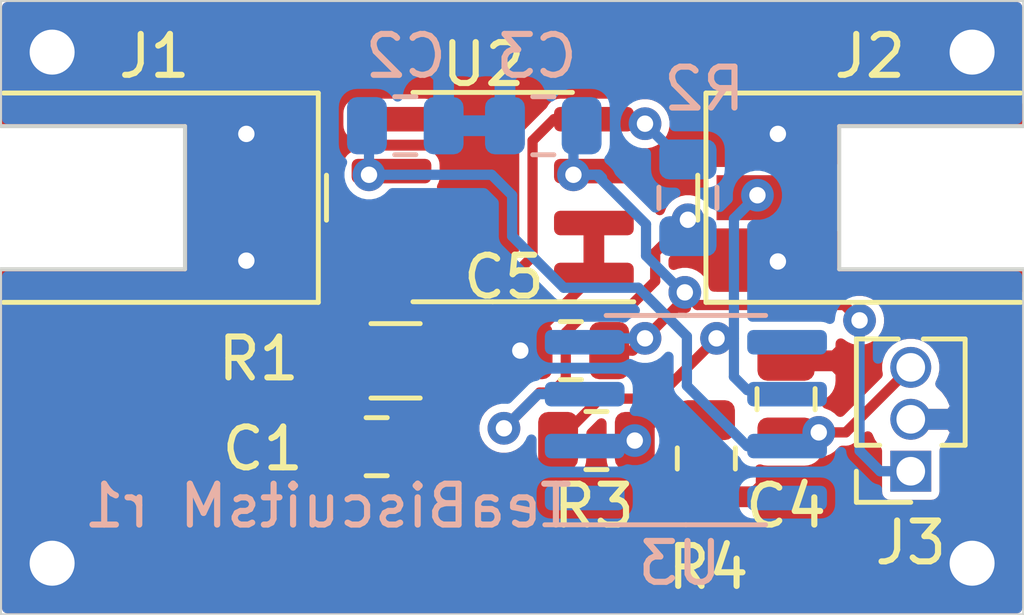
<source format=kicad_pcb>
(kicad_pcb (version 20171130) (host pcbnew 5.1.5)

  (general
    (thickness 1.6)
    (drawings 8)
    (tracks 120)
    (zones 0)
    (modules 14)
    (nets 12)
  )

  (page A4)
  (layers
    (0 F.Cu signal hide)
    (31 B.Cu signal hide)
    (32 B.Adhes user hide)
    (33 F.Adhes user hide)
    (34 B.Paste user hide)
    (35 F.Paste user hide)
    (36 B.SilkS user)
    (37 F.SilkS user hide)
    (38 B.Mask user)
    (39 F.Mask user)
    (40 Dwgs.User user)
    (41 Cmts.User user)
    (42 Eco1.User user)
    (43 Eco2.User user)
    (44 Edge.Cuts user)
    (45 Margin user)
    (46 B.CrtYd user)
    (47 F.CrtYd user)
    (48 B.Fab user hide)
    (49 F.Fab user hide)
  )

  (setup
    (last_trace_width 0.25)
    (trace_clearance 0.2)
    (zone_clearance 0)
    (zone_45_only no)
    (trace_min 0.2)
    (via_size 0.8)
    (via_drill 0.4)
    (via_min_size 0.4)
    (via_min_drill 0.3)
    (uvia_size 0.3)
    (uvia_drill 0.1)
    (uvias_allowed no)
    (uvia_min_size 0.2)
    (uvia_min_drill 0.1)
    (edge_width 0.05)
    (segment_width 0.2)
    (pcb_text_width 0.3)
    (pcb_text_size 1.5 1.5)
    (mod_edge_width 0.12)
    (mod_text_size 1 1)
    (mod_text_width 0.15)
    (pad_size 1.524 1.524)
    (pad_drill 0.762)
    (pad_to_mask_clearance 0.051)
    (solder_mask_min_width 0.25)
    (aux_axis_origin 0 0)
    (visible_elements FFFFFF7F)
    (pcbplotparams
      (layerselection 0x010fc_ffffffff)
      (usegerberextensions false)
      (usegerberattributes false)
      (usegerberadvancedattributes false)
      (creategerberjobfile false)
      (excludeedgelayer true)
      (linewidth 0.100000)
      (plotframeref false)
      (viasonmask false)
      (mode 1)
      (useauxorigin false)
      (hpglpennumber 1)
      (hpglpenspeed 20)
      (hpglpendiameter 15.000000)
      (psnegative false)
      (psa4output false)
      (plotreference true)
      (plotvalue true)
      (plotinvisibletext false)
      (padsonsilk false)
      (subtractmaskfromsilk false)
      (outputformat 1)
      (mirror false)
      (drillshape 0)
      (scaleselection 1)
      (outputdirectory "gerbers/"))
  )

  (net 0 "")
  (net 1 "Net-(C1-Pad2)")
  (net 2 "Net-(C1-Pad1)")
  (net 3 +5V)
  (net 4 -5V)
  (net 5 "Net-(J2-Pad1)")
  (net 6 "Net-(R2-Pad1)")
  (net 7 "Net-(R3-Pad2)")
  (net 8 "Net-(U3-Pad1)")
  (net 9 "Net-(U3-Pad5)")
  (net 10 "Net-(U3-Pad8)")
  (net 11 GND)

  (net_class Default "This is the default net class."
    (clearance 0.2)
    (trace_width 0.25)
    (via_dia 0.8)
    (via_drill 0.4)
    (uvia_dia 0.3)
    (uvia_drill 0.1)
    (add_net +5V)
    (add_net -5V)
    (add_net GND)
    (add_net "Net-(C1-Pad1)")
    (add_net "Net-(C1-Pad2)")
    (add_net "Net-(J2-Pad1)")
    (add_net "Net-(R2-Pad1)")
    (add_net "Net-(R3-Pad2)")
    (add_net "Net-(U3-Pad1)")
    (add_net "Net-(U3-Pad5)")
    (add_net "Net-(U3-Pad8)")
  )

  (module Connector_PinSocket_1.27mm:PinSocket_1x03_P1.27mm_Vertical (layer F.Cu) (tedit 5A19A41D) (tstamp 5EF3C9BB)
    (at 174.25 137.25 180)
    (descr "Through hole straight socket strip, 1x03, 1.27mm pitch, single row (from Kicad 4.0.7), script generated")
    (tags "Through hole socket strip THT 1x03 1.27mm single row")
    (path /5EF6AE6A)
    (fp_text reference J3 (at 0 -1.75) (layer F.SilkS)
      (effects (font (size 1 1) (thickness 0.15)))
    )
    (fp_text value Conn_01x03_Male (at -19.685 5.969) (layer F.Fab) hide
      (effects (font (size 1 1) (thickness 0.15)))
    )
    (fp_text user %R (at -9.525 7.747) (layer F.Fab)
      (effects (font (size 1 1) (thickness 0.15)))
    )
    (fp_line (start -1.8 3.7) (end -1.8 -1.15) (layer F.CrtYd) (width 0.05))
    (fp_line (start 1.75 3.7) (end -1.8 3.7) (layer F.CrtYd) (width 0.05))
    (fp_line (start 1.75 -1.15) (end 1.75 3.7) (layer F.CrtYd) (width 0.05))
    (fp_line (start -1.8 -1.15) (end 1.75 -1.15) (layer F.CrtYd) (width 0.05))
    (fp_line (start 0 -0.76) (end 1.33 -0.76) (layer F.SilkS) (width 0.12))
    (fp_line (start 1.33 -0.76) (end 1.33 0) (layer F.SilkS) (width 0.12))
    (fp_line (start 1.33 0.635) (end 1.33 3.235) (layer F.SilkS) (width 0.12))
    (fp_line (start 0.30753 3.235) (end 1.33 3.235) (layer F.SilkS) (width 0.12))
    (fp_line (start -1.33 3.235) (end -0.30753 3.235) (layer F.SilkS) (width 0.12))
    (fp_line (start -1.33 0.635) (end -1.33 3.235) (layer F.SilkS) (width 0.12))
    (fp_line (start 0.76 0.635) (end 1.33 0.635) (layer F.SilkS) (width 0.12))
    (fp_line (start -1.33 0.635) (end -0.76 0.635) (layer F.SilkS) (width 0.12))
    (fp_line (start -1.27 3.175) (end -1.27 -0.635) (layer F.Fab) (width 0.1))
    (fp_line (start 1.27 3.175) (end -1.27 3.175) (layer F.Fab) (width 0.1))
    (fp_line (start 1.27 0) (end 1.27 3.175) (layer F.Fab) (width 0.1))
    (fp_line (start 0.635 -0.635) (end 1.27 0) (layer F.Fab) (width 0.1))
    (fp_line (start -1.27 -0.635) (end 0.635 -0.635) (layer F.Fab) (width 0.1))
    (pad 3 thru_hole oval (at 0 2.54 180) (size 1 1) (drill 0.7) (layers *.Cu *.Mask)
      (net 3 +5V))
    (pad 2 thru_hole oval (at 0 1.27 180) (size 1 1) (drill 0.7) (layers *.Cu *.Mask)
      (net 11 GND))
    (pad 1 thru_hole rect (at 0 0 180) (size 1 1) (drill 0.7) (layers *.Cu *.Mask)
      (net 4 -5V))
    (model ${KISYS3DMOD}/Connector_PinSocket_1.27mm.3dshapes/PinSocket_1x03_P1.27mm_Vertical.wrl
      (at (xyz 0 0 0))
      (scale (xyz 1 1 1))
      (rotate (xyz 0 0 0))
    )
  )

  (module Connector_Coaxial:MMCX_Molex_73415-0961_Horizontal_1.0mm-PCB (layer F.Cu) (tedit 5EF316E7) (tstamp 5EF39988)
    (at 155.75 130.56)
    (descr "Molex MMCX Horizontal Coaxial https://www.molex.com/pdm_docs/sd/734150961_sd.pdf")
    (tags "Molex MMCX Horizontal Coaxial")
    (path /5EF77AF4)
    (attr smd)
    (fp_text reference J1 (at 0 -3.46) (layer F.SilkS)
      (effects (font (size 1 1) (thickness 0.15)))
    )
    (fp_text value Conn_Coaxial (at 0 3.5) (layer F.Fab)
      (effects (font (size 1 1) (thickness 0.15)))
    )
    (fp_line (start -4.25 -2.8) (end 4.25 -2.8) (layer F.CrtYd) (width 0.05))
    (fp_line (start -4.25 2.8) (end 4.25 2.8) (layer F.CrtYd) (width 0.05))
    (fp_line (start 4.25 -2.8) (end 4.25 2.8) (layer F.CrtYd) (width 0.05))
    (fp_line (start -4.25 -2.8) (end -4.25 2.8) (layer F.CrtYd) (width 0.05))
    (fp_line (start 4.21 -0.55) (end 4.21 0.55) (layer F.SilkS) (width 0.12))
    (fp_line (start 3.68 -0.5) (end 3.68 -2.25) (layer F.Fab) (width 0.1))
    (fp_line (start -3.69 2.56) (end 4.01 2.56) (layer F.SilkS) (width 0.12))
    (fp_line (start 4.01 2.56) (end 4.01 -2.56) (layer F.SilkS) (width 0.12))
    (fp_line (start -3.69 -2.56) (end 4.01 -2.56) (layer F.SilkS) (width 0.12))
    (fp_text user "PCB edge" (at -3.35 0 90) (layer Dwgs.User)
      (effects (font (size 0.4 0.4) (thickness 0.06)))
    )
    (fp_line (start -3.75 1.75) (end -3.75 -1.75) (layer Dwgs.User) (width 0.1))
    (fp_line (start -3.75 2.25) (end 3.68 2.25) (layer F.Fab) (width 0.1))
    (fp_line (start 3.68 2.25) (end 3.68 0.5) (layer F.Fab) (width 0.1))
    (fp_line (start 3.18 0) (end 3.68 0.5) (layer F.Fab) (width 0.1))
    (fp_line (start -3.75 -2.25) (end -3.75 2.25) (layer F.Fab) (width 0.1))
    (fp_line (start -3.75 -2.25) (end 3.68 -2.25) (layer F.Fab) (width 0.1))
    (fp_line (start 3.18 0) (end 3.68 -0.5) (layer F.Fab) (width 0.1))
    (fp_line (start -3.75 1.75) (end 0.75 1.75) (layer Edge.Cuts) (width 0.1))
    (fp_line (start 0.75 1.75) (end 0.75 -1.75) (layer Edge.Cuts) (width 0.1))
    (fp_line (start 0.75 -1.75) (end -3.75 -1.75) (layer Edge.Cuts) (width 0.1))
    (fp_text user %R (at -1.55 0) (layer F.Fab)
      (effects (font (size 1 1) (thickness 0.15)))
    )
    (pad 2 smd custom (at 2.25 1.56) (size 3 1.48) (layers F.Cu F.Paste F.Mask)
      (net 11 GND) (zone_connect 2)
      (options (clearance outline) (anchor rect))
      (primitives
        (gr_poly (pts
           (xy -6 0.19) (xy -6 0.74) (xy -1.5 0.74) (xy -1.5 0.19)) (width 0))
      ))
    (pad 2 smd custom (at 2.25 -1.56) (size 3 1.48) (layers F.Cu F.Paste F.Mask)
      (net 11 GND) (zone_connect 2)
      (options (clearance outline) (anchor rect))
      (primitives
        (gr_poly (pts
           (xy -6 -0.74) (xy -6 -0.19) (xy -1.5 -0.19) (xy -1.5 -0.74)) (width 0))
      ))
    (pad 1 smd rect (at 2.7 0) (size 2.1 1.1) (layers F.Cu F.Paste F.Mask)
      (net 1 "Net-(C1-Pad2)"))
    (model ${KISYS3DMOD}/Connector_Coaxial.3dshapes/MMCX_Molex_73415-0961_Horizontal.wrl
      (at (xyz 0 0 0))
      (scale (xyz 1 1 1))
      (rotate (xyz 0 0 0))
    )
  )

  (module Connector_Coaxial:MMCX_Molex_73415-0961_Horizontal_1.0mm-PCB (layer F.Cu) (tedit 5EF316C3) (tstamp 5EF39323)
    (at 173.25 130.56 180)
    (descr "Molex MMCX Horizontal Coaxial https://www.molex.com/pdm_docs/sd/734150961_sd.pdf")
    (tags "Molex MMCX Horizontal Coaxial")
    (path /5EF75958)
    (attr smd)
    (fp_text reference J2 (at 0 3.46 180) (layer F.SilkS)
      (effects (font (size 1 1) (thickness 0.15)))
    )
    (fp_text value Conn_Coaxial (at 0 3.5 180) (layer F.Fab)
      (effects (font (size 1 1) (thickness 0.15)))
    )
    (fp_line (start -4.25 -2.8) (end 4.25 -2.8) (layer F.CrtYd) (width 0.05))
    (fp_line (start -4.25 2.8) (end 4.25 2.8) (layer F.CrtYd) (width 0.05))
    (fp_line (start 4.25 -2.8) (end 4.25 2.8) (layer F.CrtYd) (width 0.05))
    (fp_line (start -4.25 -2.8) (end -4.25 2.8) (layer F.CrtYd) (width 0.05))
    (fp_line (start 4.21 -0.55) (end 4.21 0.55) (layer F.SilkS) (width 0.12))
    (fp_line (start 3.68 -0.5) (end 3.68 -2.25) (layer F.Fab) (width 0.1))
    (fp_line (start -3.69 2.56) (end 4.01 2.56) (layer F.SilkS) (width 0.12))
    (fp_line (start 4.01 2.56) (end 4.01 -2.56) (layer F.SilkS) (width 0.12))
    (fp_line (start -3.69 -2.56) (end 4.01 -2.56) (layer F.SilkS) (width 0.12))
    (fp_text user "PCB edge" (at -3.35 0 270) (layer Dwgs.User)
      (effects (font (size 0.4 0.4) (thickness 0.06)))
    )
    (fp_line (start -3.75 1.75) (end -3.75 -1.75) (layer Dwgs.User) (width 0.1))
    (fp_line (start -3.75 2.25) (end 3.68 2.25) (layer F.Fab) (width 0.1))
    (fp_line (start 3.68 2.25) (end 3.68 0.5) (layer F.Fab) (width 0.1))
    (fp_line (start 3.18 0) (end 3.68 0.5) (layer F.Fab) (width 0.1))
    (fp_line (start -3.75 -2.25) (end -3.75 2.25) (layer F.Fab) (width 0.1))
    (fp_line (start -3.75 -2.25) (end 3.68 -2.25) (layer F.Fab) (width 0.1))
    (fp_line (start 3.18 0) (end 3.68 -0.5) (layer F.Fab) (width 0.1))
    (fp_line (start -3.75 1.75) (end 0.75 1.75) (layer Edge.Cuts) (width 0.1))
    (fp_line (start 0.75 1.75) (end 0.75 -1.75) (layer Edge.Cuts) (width 0.1))
    (fp_line (start 0.75 -1.75) (end -3.75 -1.75) (layer Edge.Cuts) (width 0.1))
    (fp_text user %R (at -1.55 0 180) (layer F.Fab)
      (effects (font (size 1 1) (thickness 0.15)))
    )
    (pad 2 smd custom (at 2.25 1.56 180) (size 3 1.48) (layers F.Cu F.Paste F.Mask)
      (net 11 GND) (zone_connect 2)
      (options (clearance outline) (anchor rect))
      (primitives
        (gr_poly (pts
           (xy -6 0.19) (xy -6 0.74) (xy -1.5 0.74) (xy -1.5 0.19)) (width 0))
      ))
    (pad 2 smd custom (at 2.25 -1.56 180) (size 3 1.48) (layers F.Cu F.Paste F.Mask)
      (net 11 GND) (zone_connect 2)
      (options (clearance outline) (anchor rect))
      (primitives
        (gr_poly (pts
           (xy -6 -0.74) (xy -6 -0.19) (xy -1.5 -0.19) (xy -1.5 -0.74)) (width 0))
      ))
    (pad 1 smd rect (at 2.7 0 180) (size 2.1 1.1) (layers F.Cu F.Paste F.Mask)
      (net 5 "Net-(J2-Pad1)"))
    (model ${KISYS3DMOD}/Connector_Coaxial.3dshapes/MMCX_Molex_73415-0961_Horizontal.wrl
      (at (xyz 0 0 0))
      (scale (xyz 1 1 1))
      (rotate (xyz 0 0 0))
    )
  )

  (module Package_SO:SOIC-8_3.9x4.9mm_P1.27mm (layer B.Cu) (tedit 5D9F72B1) (tstamp 5EF3B53F)
    (at 168.75 136)
    (descr "SOIC, 8 Pin (JEDEC MS-012AA, https://www.analog.com/media/en/package-pcb-resources/package/pkg_pdf/soic_narrow-r/r_8.pdf), generated with kicad-footprint-generator ipc_gullwing_generator.py")
    (tags "SOIC SO")
    (path /5EF1D654)
    (attr smd)
    (fp_text reference U3 (at -0.15 3.5) (layer B.SilkS)
      (effects (font (size 1 1) (thickness 0.15)) (justify mirror))
    )
    (fp_text value OP07 (at -1.205 -11.684) (layer B.Fab) hide
      (effects (font (size 1 1) (thickness 0.15)) (justify mirror))
    )
    (fp_line (start 0 -2.56) (end 1.95 -2.56) (layer B.SilkS) (width 0.12))
    (fp_line (start 0 -2.56) (end -1.95 -2.56) (layer B.SilkS) (width 0.12))
    (fp_line (start 0 2.56) (end 1.95 2.56) (layer B.SilkS) (width 0.12))
    (fp_line (start 0 2.56) (end -3.45 2.56) (layer B.SilkS) (width 0.12))
    (fp_line (start -0.975 2.45) (end 1.95 2.45) (layer B.Fab) (width 0.1))
    (fp_line (start 1.95 2.45) (end 1.95 -2.45) (layer B.Fab) (width 0.1))
    (fp_line (start 1.95 -2.45) (end -1.95 -2.45) (layer B.Fab) (width 0.1))
    (fp_line (start -1.95 -2.45) (end -1.95 1.475) (layer B.Fab) (width 0.1))
    (fp_line (start -1.95 1.475) (end -0.975 2.45) (layer B.Fab) (width 0.1))
    (fp_line (start -3.7 2.7) (end -3.7 -2.7) (layer B.CrtYd) (width 0.05))
    (fp_line (start -3.7 -2.7) (end 3.7 -2.7) (layer B.CrtYd) (width 0.05))
    (fp_line (start 3.7 -2.7) (end 3.7 2.7) (layer B.CrtYd) (width 0.05))
    (fp_line (start 3.7 2.7) (end -3.7 2.7) (layer B.CrtYd) (width 0.05))
    (fp_text user %R (at -2.602 3.556) (layer B.Fab)
      (effects (font (size 0.98 0.98) (thickness 0.15)) (justify mirror))
    )
    (pad 1 smd roundrect (at -2.475 1.905) (size 1.95 0.6) (layers B.Cu B.Paste B.Mask) (roundrect_rratio 0.25)
      (net 8 "Net-(U3-Pad1)"))
    (pad 2 smd roundrect (at -2.475 0.635) (size 1.95 0.6) (layers B.Cu B.Paste B.Mask) (roundrect_rratio 0.25)
      (net 7 "Net-(R3-Pad2)"))
    (pad 3 smd roundrect (at -2.475 -0.635) (size 1.95 0.6) (layers B.Cu B.Paste B.Mask) (roundrect_rratio 0.25)
      (net 6 "Net-(R2-Pad1)"))
    (pad 4 smd roundrect (at -2.475 -1.905) (size 1.95 0.6) (layers B.Cu B.Paste B.Mask) (roundrect_rratio 0.25)
      (net 4 -5V))
    (pad 5 smd roundrect (at 2.475 -1.905) (size 1.95 0.6) (layers B.Cu B.Paste B.Mask) (roundrect_rratio 0.25)
      (net 9 "Net-(U3-Pad5)"))
    (pad 6 smd roundrect (at 2.475 -0.635) (size 1.95 0.6) (layers B.Cu B.Paste B.Mask) (roundrect_rratio 0.25)
      (net 5 "Net-(J2-Pad1)"))
    (pad 7 smd roundrect (at 2.475 0.635) (size 1.95 0.6) (layers B.Cu B.Paste B.Mask) (roundrect_rratio 0.25)
      (net 3 +5V))
    (pad 8 smd roundrect (at 2.475 1.905) (size 1.95 0.6) (layers B.Cu B.Paste B.Mask) (roundrect_rratio 0.25)
      (net 10 "Net-(U3-Pad8)"))
    (model ${KISYS3DMOD}/Package_SO.3dshapes/SOIC-8_3.9x4.9mm_P1.27mm.wrl
      (at (xyz 0 0 0))
      (scale (xyz 1 1 1))
      (rotate (xyz 0 0 0))
    )
  )

  (module Capacitor_SMD:C_0805_2012Metric (layer B.Cu) (tedit 5B36C52B) (tstamp 5EF3D0F8)
    (at 161.8875 128.8)
    (descr "Capacitor SMD 0805 (2012 Metric), square (rectangular) end terminal, IPC_7351 nominal, (Body size source: https://docs.google.com/spreadsheets/d/1BsfQQcO9C6DZCsRaXUlFlo91Tg2WpOkGARC1WS5S8t0/edit?usp=sharing), generated with kicad-footprint-generator")
    (tags capacitor)
    (path /5EF19372)
    (attr smd)
    (fp_text reference C2 (at 0.0125 -1.7) (layer B.SilkS)
      (effects (font (size 1 1) (thickness 0.15)) (justify mirror))
    )
    (fp_text value 1uF (at 3.1265 0) (layer B.Fab)
      (effects (font (size 1 1) (thickness 0.15)) (justify mirror))
    )
    (fp_text user %R (at 0 0) (layer B.Fab)
      (effects (font (size 0.5 0.5) (thickness 0.08)) (justify mirror))
    )
    (fp_line (start 1.68 -0.95) (end -1.68 -0.95) (layer B.CrtYd) (width 0.05))
    (fp_line (start 1.68 0.95) (end 1.68 -0.95) (layer B.CrtYd) (width 0.05))
    (fp_line (start -1.68 0.95) (end 1.68 0.95) (layer B.CrtYd) (width 0.05))
    (fp_line (start -1.68 -0.95) (end -1.68 0.95) (layer B.CrtYd) (width 0.05))
    (fp_line (start -0.258578 -0.71) (end 0.258578 -0.71) (layer B.SilkS) (width 0.12))
    (fp_line (start -0.258578 0.71) (end 0.258578 0.71) (layer B.SilkS) (width 0.12))
    (fp_line (start 1 -0.6) (end -1 -0.6) (layer B.Fab) (width 0.1))
    (fp_line (start 1 0.6) (end 1 -0.6) (layer B.Fab) (width 0.1))
    (fp_line (start -1 0.6) (end 1 0.6) (layer B.Fab) (width 0.1))
    (fp_line (start -1 -0.6) (end -1 0.6) (layer B.Fab) (width 0.1))
    (pad 2 smd roundrect (at 0.9375 0) (size 0.975 1.4) (layers B.Cu B.Paste B.Mask) (roundrect_rratio 0.25)
      (net 11 GND))
    (pad 1 smd roundrect (at -0.9375 0) (size 0.975 1.4) (layers B.Cu B.Paste B.Mask) (roundrect_rratio 0.25)
      (net 3 +5V))
    (model ${KISYS3DMOD}/Capacitor_SMD.3dshapes/C_0805_2012Metric.wrl
      (at (xyz 0 0 0))
      (scale (xyz 1 1 1))
      (rotate (xyz 0 0 0))
    )
  )

  (module Package_SO:SOIC-8_3.9x4.9mm_P1.27mm (layer F.Cu) (tedit 5D9F72B1) (tstamp 5EF3AD4F)
    (at 164.025 130.545 180)
    (descr "SOIC, 8 Pin (JEDEC MS-012AA, https://www.analog.com/media/en/package-pcb-resources/package/pkg_pdf/soic_narrow-r/r_8.pdf), generated with kicad-footprint-generator ipc_gullwing_generator.py")
    (tags "SOIC SO")
    (path /5EF0FCB2)
    (attr smd)
    (fp_text reference U2 (at 0.225 3.245) (layer F.SilkS)
      (effects (font (size 1 1) (thickness 0.15)))
    )
    (fp_text value LMP7721 (at -5.78 -4.572 270) (layer F.Fab)
      (effects (font (size 1 1) (thickness 0.15)))
    )
    (fp_text user %R (at 4.253 3.683 270) (layer F.Fab)
      (effects (font (size 0.98 0.98) (thickness 0.15)))
    )
    (fp_line (start 3.7 -2.7) (end -3.7 -2.7) (layer F.CrtYd) (width 0.05))
    (fp_line (start 3.7 2.7) (end 3.7 -2.7) (layer F.CrtYd) (width 0.05))
    (fp_line (start -3.7 2.7) (end 3.7 2.7) (layer F.CrtYd) (width 0.05))
    (fp_line (start -3.7 -2.7) (end -3.7 2.7) (layer F.CrtYd) (width 0.05))
    (fp_line (start -1.95 -1.475) (end -0.975 -2.45) (layer F.Fab) (width 0.1))
    (fp_line (start -1.95 2.45) (end -1.95 -1.475) (layer F.Fab) (width 0.1))
    (fp_line (start 1.95 2.45) (end -1.95 2.45) (layer F.Fab) (width 0.1))
    (fp_line (start 1.95 -2.45) (end 1.95 2.45) (layer F.Fab) (width 0.1))
    (fp_line (start -0.975 -2.45) (end 1.95 -2.45) (layer F.Fab) (width 0.1))
    (fp_line (start 0 -2.56) (end -3.45 -2.56) (layer F.SilkS) (width 0.12))
    (fp_line (start 0 -2.56) (end 1.95 -2.56) (layer F.SilkS) (width 0.12))
    (fp_line (start 0 2.56) (end -1.95 2.56) (layer F.SilkS) (width 0.12))
    (fp_line (start 0 2.56) (end 1.95 2.56) (layer F.SilkS) (width 0.12))
    (pad 8 smd roundrect (at 2.475 -1.905 180) (size 1.95 0.6) (layers F.Cu F.Paste F.Mask) (roundrect_rratio 0.25)
      (net 1 "Net-(C1-Pad2)"))
    (pad 7 smd roundrect (at 2.475 -0.635 180) (size 1.95 0.6) (layers F.Cu F.Paste F.Mask) (roundrect_rratio 0.25)
      (net 11 GND))
    (pad 6 smd roundrect (at 2.475 0.635 180) (size 1.95 0.6) (layers F.Cu F.Paste F.Mask) (roundrect_rratio 0.25)
      (net 3 +5V))
    (pad 5 smd roundrect (at 2.475 1.905 180) (size 1.95 0.6) (layers F.Cu F.Paste F.Mask) (roundrect_rratio 0.25))
    (pad 4 smd roundrect (at -2.475 1.905 180) (size 1.95 0.6) (layers F.Cu F.Paste F.Mask) (roundrect_rratio 0.25)
      (net 2 "Net-(C1-Pad1)"))
    (pad 3 smd roundrect (at -2.475 0.635 180) (size 1.95 0.6) (layers F.Cu F.Paste F.Mask) (roundrect_rratio 0.25)
      (net 4 -5V))
    (pad 2 smd roundrect (at -2.475 -0.635 180) (size 1.95 0.6) (layers F.Cu F.Paste F.Mask) (roundrect_rratio 0.25)
      (net 11 GND))
    (pad 1 smd roundrect (at -2.475 -1.905 180) (size 1.95 0.6) (layers F.Cu F.Paste F.Mask) (roundrect_rratio 0.25)
      (net 11 GND))
    (model ${KISYS3DMOD}/Package_SO.3dshapes/SOIC-8_3.9x4.9mm_P1.27mm.wrl
      (at (xyz 0 0 0))
      (scale (xyz 1 1 1))
      (rotate (xyz 0 0 0))
    )
  )

  (module Resistor_SMD:R_0805_2012Metric (layer F.Cu) (tedit 5B36C52B) (tstamp 5EF3C02E)
    (at 166.5625 136.5)
    (descr "Resistor SMD 0805 (2012 Metric), square (rectangular) end terminal, IPC_7351 nominal, (Body size source: https://docs.google.com/spreadsheets/d/1BsfQQcO9C6DZCsRaXUlFlo91Tg2WpOkGARC1WS5S8t0/edit?usp=sharing), generated with kicad-footprint-generator")
    (tags resistor)
    (path /5EF3A524)
    (attr smd)
    (fp_text reference R3 (at -0.0625 1.6) (layer F.SilkS)
      (effects (font (size 1 1) (thickness 0.15)))
    )
    (fp_text value R (at 6.1445 -1.016) (layer F.Fab) hide
      (effects (font (size 1 1) (thickness 0.15)))
    )
    (fp_line (start -1 0.6) (end -1 -0.6) (layer F.Fab) (width 0.1))
    (fp_line (start -1 -0.6) (end 1 -0.6) (layer F.Fab) (width 0.1))
    (fp_line (start 1 -0.6) (end 1 0.6) (layer F.Fab) (width 0.1))
    (fp_line (start 1 0.6) (end -1 0.6) (layer F.Fab) (width 0.1))
    (fp_line (start -0.258578 -0.71) (end 0.258578 -0.71) (layer F.SilkS) (width 0.12))
    (fp_line (start -0.258578 0.71) (end 0.258578 0.71) (layer F.SilkS) (width 0.12))
    (fp_line (start -1.68 0.95) (end -1.68 -0.95) (layer F.CrtYd) (width 0.05))
    (fp_line (start -1.68 -0.95) (end 1.68 -0.95) (layer F.CrtYd) (width 0.05))
    (fp_line (start 1.68 -0.95) (end 1.68 0.95) (layer F.CrtYd) (width 0.05))
    (fp_line (start 1.68 0.95) (end -1.68 0.95) (layer F.CrtYd) (width 0.05))
    (fp_text user %R (at 0 0) (layer F.Fab)
      (effects (font (size 0.5 0.5) (thickness 0.08)))
    )
    (pad 1 smd roundrect (at -0.9375 0) (size 0.975 1.4) (layers F.Cu F.Paste F.Mask) (roundrect_rratio 0.25)
      (net 5 "Net-(J2-Pad1)"))
    (pad 2 smd roundrect (at 0.9375 0) (size 0.975 1.4) (layers F.Cu F.Paste F.Mask) (roundrect_rratio 0.25)
      (net 7 "Net-(R3-Pad2)"))
    (model ${KISYS3DMOD}/Resistor_SMD.3dshapes/R_0805_2012Metric.wrl
      (at (xyz 0 0 0))
      (scale (xyz 1 1 1))
      (rotate (xyz 0 0 0))
    )
  )

  (module Capacitor_SMD:C_0805_2012Metric (layer F.Cu) (tedit 5B36C52B) (tstamp 5EF37BE0)
    (at 161.1875 136.65 180)
    (descr "Capacitor SMD 0805 (2012 Metric), square (rectangular) end terminal, IPC_7351 nominal, (Body size source: https://docs.google.com/spreadsheets/d/1BsfQQcO9C6DZCsRaXUlFlo91Tg2WpOkGARC1WS5S8t0/edit?usp=sharing), generated with kicad-footprint-generator")
    (tags capacitor)
    (path /5EF10B8C)
    (attr smd)
    (fp_text reference C1 (at 2.7875 -0.05) (layer F.SilkS)
      (effects (font (size 1 1) (thickness 0.15)))
    )
    (fp_text value 2pF (at -2.4615 0 270) (layer F.Fab)
      (effects (font (size 1 1) (thickness 0.15)))
    )
    (fp_text user %R (at 0 0) (layer F.Fab)
      (effects (font (size 0.5 0.5) (thickness 0.08)))
    )
    (fp_line (start 1.68 0.95) (end -1.68 0.95) (layer F.CrtYd) (width 0.05))
    (fp_line (start 1.68 -0.95) (end 1.68 0.95) (layer F.CrtYd) (width 0.05))
    (fp_line (start -1.68 -0.95) (end 1.68 -0.95) (layer F.CrtYd) (width 0.05))
    (fp_line (start -1.68 0.95) (end -1.68 -0.95) (layer F.CrtYd) (width 0.05))
    (fp_line (start -0.258578 0.71) (end 0.258578 0.71) (layer F.SilkS) (width 0.12))
    (fp_line (start -0.258578 -0.71) (end 0.258578 -0.71) (layer F.SilkS) (width 0.12))
    (fp_line (start 1 0.6) (end -1 0.6) (layer F.Fab) (width 0.1))
    (fp_line (start 1 -0.6) (end 1 0.6) (layer F.Fab) (width 0.1))
    (fp_line (start -1 -0.6) (end 1 -0.6) (layer F.Fab) (width 0.1))
    (fp_line (start -1 0.6) (end -1 -0.6) (layer F.Fab) (width 0.1))
    (pad 2 smd roundrect (at 0.9375 0 180) (size 0.975 1.4) (layers F.Cu F.Paste F.Mask) (roundrect_rratio 0.25)
      (net 1 "Net-(C1-Pad2)"))
    (pad 1 smd roundrect (at -0.9375 0 180) (size 0.975 1.4) (layers F.Cu F.Paste F.Mask) (roundrect_rratio 0.25)
      (net 2 "Net-(C1-Pad1)"))
    (model ${KISYS3DMOD}/Capacitor_SMD.3dshapes/C_0805_2012Metric.wrl
      (at (xyz 0 0 0))
      (scale (xyz 1 1 1))
      (rotate (xyz 0 0 0))
    )
  )

  (module Capacitor_SMD:C_0805_2012Metric (layer B.Cu) (tedit 5B36C52B) (tstamp 5EF3AE14)
    (at 165.2625 128.8 180)
    (descr "Capacitor SMD 0805 (2012 Metric), square (rectangular) end terminal, IPC_7351 nominal, (Body size source: https://docs.google.com/spreadsheets/d/1BsfQQcO9C6DZCsRaXUlFlo91Tg2WpOkGARC1WS5S8t0/edit?usp=sharing), generated with kicad-footprint-generator")
    (tags capacitor)
    (path /5EF19A26)
    (attr smd)
    (fp_text reference C3 (at 0.1625 1.7 180) (layer B.SilkS)
      (effects (font (size 1 1) (thickness 0.15)) (justify mirror))
    )
    (fp_text value 1uF (at 0 -1.65 180) (layer B.Fab)
      (effects (font (size 1 1) (thickness 0.15)) (justify mirror))
    )
    (fp_line (start -1 -0.6) (end -1 0.6) (layer B.Fab) (width 0.1))
    (fp_line (start -1 0.6) (end 1 0.6) (layer B.Fab) (width 0.1))
    (fp_line (start 1 0.6) (end 1 -0.6) (layer B.Fab) (width 0.1))
    (fp_line (start 1 -0.6) (end -1 -0.6) (layer B.Fab) (width 0.1))
    (fp_line (start -0.258578 0.71) (end 0.258578 0.71) (layer B.SilkS) (width 0.12))
    (fp_line (start -0.258578 -0.71) (end 0.258578 -0.71) (layer B.SilkS) (width 0.12))
    (fp_line (start -1.68 -0.95) (end -1.68 0.95) (layer B.CrtYd) (width 0.05))
    (fp_line (start -1.68 0.95) (end 1.68 0.95) (layer B.CrtYd) (width 0.05))
    (fp_line (start 1.68 0.95) (end 1.68 -0.95) (layer B.CrtYd) (width 0.05))
    (fp_line (start 1.68 -0.95) (end -1.68 -0.95) (layer B.CrtYd) (width 0.05))
    (fp_text user %R (at 0 0 180) (layer B.Fab)
      (effects (font (size 0.5 0.5) (thickness 0.08)) (justify mirror))
    )
    (pad 1 smd roundrect (at -0.9375 0 180) (size 0.975 1.4) (layers B.Cu B.Paste B.Mask) (roundrect_rratio 0.25)
      (net 4 -5V))
    (pad 2 smd roundrect (at 0.9375 0 180) (size 0.975 1.4) (layers B.Cu B.Paste B.Mask) (roundrect_rratio 0.25)
      (net 11 GND))
    (model ${KISYS3DMOD}/Capacitor_SMD.3dshapes/C_0805_2012Metric.wrl
      (at (xyz 0 0 0))
      (scale (xyz 1 1 1))
      (rotate (xyz 0 0 0))
    )
  )

  (module Capacitor_SMD:C_0805_2012Metric (layer F.Cu) (tedit 5B36C52B) (tstamp 5EF3CC83)
    (at 171.2 135.4875 90)
    (descr "Capacitor SMD 0805 (2012 Metric), square (rectangular) end terminal, IPC_7351 nominal, (Body size source: https://docs.google.com/spreadsheets/d/1BsfQQcO9C6DZCsRaXUlFlo91Tg2WpOkGARC1WS5S8t0/edit?usp=sharing), generated with kicad-footprint-generator")
    (tags capacitor)
    (path /5EF23825)
    (attr smd)
    (fp_text reference C4 (at -2.6125 0) (layer F.SilkS)
      (effects (font (size 1 1) (thickness 0.15)))
    )
    (fp_text value 10nF (at 2.4915 -2.921) (layer F.Fab)
      (effects (font (size 1 1) (thickness 0.15)))
    )
    (fp_text user %R (at 0 0 270) (layer F.Fab)
      (effects (font (size 0.5 0.5) (thickness 0.08)))
    )
    (fp_line (start 1.68 0.95) (end -1.68 0.95) (layer F.CrtYd) (width 0.05))
    (fp_line (start 1.68 -0.95) (end 1.68 0.95) (layer F.CrtYd) (width 0.05))
    (fp_line (start -1.68 -0.95) (end 1.68 -0.95) (layer F.CrtYd) (width 0.05))
    (fp_line (start -1.68 0.95) (end -1.68 -0.95) (layer F.CrtYd) (width 0.05))
    (fp_line (start -0.258578 0.71) (end 0.258578 0.71) (layer F.SilkS) (width 0.12))
    (fp_line (start -0.258578 -0.71) (end 0.258578 -0.71) (layer F.SilkS) (width 0.12))
    (fp_line (start 1 0.6) (end -1 0.6) (layer F.Fab) (width 0.1))
    (fp_line (start 1 -0.6) (end 1 0.6) (layer F.Fab) (width 0.1))
    (fp_line (start -1 -0.6) (end 1 -0.6) (layer F.Fab) (width 0.1))
    (fp_line (start -1 0.6) (end -1 -0.6) (layer F.Fab) (width 0.1))
    (pad 2 smd roundrect (at 0.9375 0 90) (size 0.975 1.4) (layers F.Cu F.Paste F.Mask) (roundrect_rratio 0.25)
      (net 11 GND))
    (pad 1 smd roundrect (at -0.9375 0 90) (size 0.975 1.4) (layers F.Cu F.Paste F.Mask) (roundrect_rratio 0.25)
      (net 3 +5V))
    (model ${KISYS3DMOD}/Capacitor_SMD.3dshapes/C_0805_2012Metric.wrl
      (at (xyz 0 0 0))
      (scale (xyz 1 1 1))
      (rotate (xyz 0 0 0))
    )
  )

  (module Capacitor_SMD:C_0805_2012Metric (layer F.Cu) (tedit 5B36C52B) (tstamp 5EF39439)
    (at 165.9375 134.3 180)
    (descr "Capacitor SMD 0805 (2012 Metric), square (rectangular) end terminal, IPC_7351 nominal, (Body size source: https://docs.google.com/spreadsheets/d/1BsfQQcO9C6DZCsRaXUlFlo91Tg2WpOkGARC1WS5S8t0/edit?usp=sharing), generated with kicad-footprint-generator")
    (tags capacitor)
    (path /5EF2382F)
    (attr smd)
    (fp_text reference C5 (at 1.6375 1.8) (layer F.SilkS)
      (effects (font (size 1 1) (thickness 0.15)))
    )
    (fp_text value 10nF (at -0.0785 2.667 270) (layer F.Fab)
      (effects (font (size 1 1) (thickness 0.15)))
    )
    (fp_line (start -1 0.6) (end -1 -0.6) (layer F.Fab) (width 0.1))
    (fp_line (start -1 -0.6) (end 1 -0.6) (layer F.Fab) (width 0.1))
    (fp_line (start 1 -0.6) (end 1 0.6) (layer F.Fab) (width 0.1))
    (fp_line (start 1 0.6) (end -1 0.6) (layer F.Fab) (width 0.1))
    (fp_line (start -0.258578 -0.71) (end 0.258578 -0.71) (layer F.SilkS) (width 0.12))
    (fp_line (start -0.258578 0.71) (end 0.258578 0.71) (layer F.SilkS) (width 0.12))
    (fp_line (start -1.68 0.95) (end -1.68 -0.95) (layer F.CrtYd) (width 0.05))
    (fp_line (start -1.68 -0.95) (end 1.68 -0.95) (layer F.CrtYd) (width 0.05))
    (fp_line (start 1.68 -0.95) (end 1.68 0.95) (layer F.CrtYd) (width 0.05))
    (fp_line (start 1.68 0.95) (end -1.68 0.95) (layer F.CrtYd) (width 0.05))
    (fp_text user %R (at 0 0) (layer F.Fab)
      (effects (font (size 0.5 0.5) (thickness 0.08)))
    )
    (pad 1 smd roundrect (at -0.9375 0 180) (size 0.975 1.4) (layers F.Cu F.Paste F.Mask) (roundrect_rratio 0.25)
      (net 4 -5V))
    (pad 2 smd roundrect (at 0.9375 0 180) (size 0.975 1.4) (layers F.Cu F.Paste F.Mask) (roundrect_rratio 0.25)
      (net 11 GND))
    (model ${KISYS3DMOD}/Capacitor_SMD.3dshapes/C_0805_2012Metric.wrl
      (at (xyz 0 0 0))
      (scale (xyz 1 1 1))
      (rotate (xyz 0 0 0))
    )
  )

  (module Resistor_SMD:R_1206_3216Metric (layer F.Cu) (tedit 5B301BBD) (tstamp 5EF39C60)
    (at 161.65 134.55 180)
    (descr "Resistor SMD 1206 (3216 Metric), square (rectangular) end terminal, IPC_7351 nominal, (Body size source: http://www.tortai-tech.com/upload/download/2011102023233369053.pdf), generated with kicad-footprint-generator")
    (tags resistor)
    (path /5EF10474)
    (attr smd)
    (fp_text reference R1 (at 3.35 0.05) (layer F.SilkS)
      (effects (font (size 1 1) (thickness 0.15)))
    )
    (fp_text value 20M (at -13.465 0 270) (layer F.Fab) hide
      (effects (font (size 1 1) (thickness 0.15)))
    )
    (fp_line (start -1.6 0.8) (end -1.6 -0.8) (layer F.Fab) (width 0.1))
    (fp_line (start -1.6 -0.8) (end 1.6 -0.8) (layer F.Fab) (width 0.1))
    (fp_line (start 1.6 -0.8) (end 1.6 0.8) (layer F.Fab) (width 0.1))
    (fp_line (start 1.6 0.8) (end -1.6 0.8) (layer F.Fab) (width 0.1))
    (fp_line (start -0.602064 -0.91) (end 0.602064 -0.91) (layer F.SilkS) (width 0.12))
    (fp_line (start -0.602064 0.91) (end 0.602064 0.91) (layer F.SilkS) (width 0.12))
    (fp_line (start -2.28 1.12) (end -2.28 -1.12) (layer F.CrtYd) (width 0.05))
    (fp_line (start -2.28 -1.12) (end 2.28 -1.12) (layer F.CrtYd) (width 0.05))
    (fp_line (start 2.28 -1.12) (end 2.28 1.12) (layer F.CrtYd) (width 0.05))
    (fp_line (start 2.28 1.12) (end -2.28 1.12) (layer F.CrtYd) (width 0.05))
    (fp_text user %R (at 2.924 0 270) (layer F.Fab)
      (effects (font (size 0.8 0.8) (thickness 0.12)))
    )
    (pad 1 smd roundrect (at -1.4 0 180) (size 1.25 1.75) (layers F.Cu F.Paste F.Mask) (roundrect_rratio 0.2)
      (net 2 "Net-(C1-Pad1)"))
    (pad 2 smd roundrect (at 1.4 0 180) (size 1.25 1.75) (layers F.Cu F.Paste F.Mask) (roundrect_rratio 0.2)
      (net 1 "Net-(C1-Pad2)"))
    (model ${KISYS3DMOD}/Resistor_SMD.3dshapes/R_1206_3216Metric.wrl
      (at (xyz 0 0 0))
      (scale (xyz 1 1 1))
      (rotate (xyz 0 0 0))
    )
  )

  (module Resistor_SMD:R_0805_2012Metric (layer B.Cu) (tedit 5B36C52B) (tstamp 5EF397C6)
    (at 168.8 130.5625 90)
    (descr "Resistor SMD 0805 (2012 Metric), square (rectangular) end terminal, IPC_7351 nominal, (Body size source: https://docs.google.com/spreadsheets/d/1BsfQQcO9C6DZCsRaXUlFlo91Tg2WpOkGARC1WS5S8t0/edit?usp=sharing), generated with kicad-footprint-generator")
    (tags resistor)
    (path /5EF48B4D)
    (attr smd)
    (fp_text reference R2 (at 2.6625 0.4) (layer B.SilkS)
      (effects (font (size 1 1) (thickness 0.15)) (justify mirror))
    )
    (fp_text value 100 (at 2.9375 0 270) (layer B.Fab)
      (effects (font (size 1 1) (thickness 0.15)) (justify mirror))
    )
    (fp_line (start -1 -0.6) (end -1 0.6) (layer B.Fab) (width 0.1))
    (fp_line (start -1 0.6) (end 1 0.6) (layer B.Fab) (width 0.1))
    (fp_line (start 1 0.6) (end 1 -0.6) (layer B.Fab) (width 0.1))
    (fp_line (start 1 -0.6) (end -1 -0.6) (layer B.Fab) (width 0.1))
    (fp_line (start -0.258578 0.71) (end 0.258578 0.71) (layer B.SilkS) (width 0.12))
    (fp_line (start -0.258578 -0.71) (end 0.258578 -0.71) (layer B.SilkS) (width 0.12))
    (fp_line (start -1.68 -0.95) (end -1.68 0.95) (layer B.CrtYd) (width 0.05))
    (fp_line (start -1.68 0.95) (end 1.68 0.95) (layer B.CrtYd) (width 0.05))
    (fp_line (start 1.68 0.95) (end 1.68 -0.95) (layer B.CrtYd) (width 0.05))
    (fp_line (start 1.68 -0.95) (end -1.68 -0.95) (layer B.CrtYd) (width 0.05))
    (fp_text user %R (at 0 0 270) (layer B.Fab)
      (effects (font (size 0.5 0.5) (thickness 0.08)) (justify mirror))
    )
    (pad 1 smd roundrect (at -0.9375 0 90) (size 0.975 1.4) (layers B.Cu B.Paste B.Mask) (roundrect_rratio 0.25)
      (net 6 "Net-(R2-Pad1)"))
    (pad 2 smd roundrect (at 0.9375 0 90) (size 0.975 1.4) (layers B.Cu B.Paste B.Mask) (roundrect_rratio 0.25)
      (net 2 "Net-(C1-Pad1)"))
    (model ${KISYS3DMOD}/Resistor_SMD.3dshapes/R_0805_2012Metric.wrl
      (at (xyz 0 0 0))
      (scale (xyz 1 1 1))
      (rotate (xyz 0 0 0))
    )
  )

  (module Resistor_SMD:R_0805_2012Metric (layer F.Cu) (tedit 5B36C52B) (tstamp 5EF3C0B0)
    (at 169.25 136.9375 90)
    (descr "Resistor SMD 0805 (2012 Metric), square (rectangular) end terminal, IPC_7351 nominal, (Body size source: https://docs.google.com/spreadsheets/d/1BsfQQcO9C6DZCsRaXUlFlo91Tg2WpOkGARC1WS5S8t0/edit?usp=sharing), generated with kicad-footprint-generator")
    (tags resistor)
    (path /5EF3B232)
    (attr smd)
    (fp_text reference R4 (at -2.6625 0.05 180) (layer F.SilkS)
      (effects (font (size 1 1) (thickness 0.15)))
    )
    (fp_text value R (at 0 1.65 90) (layer F.Fab)
      (effects (font (size 1 1) (thickness 0.15)))
    )
    (fp_text user %R (at 0 0 90) (layer F.Fab)
      (effects (font (size 0.5 0.5) (thickness 0.08)))
    )
    (fp_line (start 1.68 0.95) (end -1.68 0.95) (layer F.CrtYd) (width 0.05))
    (fp_line (start 1.68 -0.95) (end 1.68 0.95) (layer F.CrtYd) (width 0.05))
    (fp_line (start -1.68 -0.95) (end 1.68 -0.95) (layer F.CrtYd) (width 0.05))
    (fp_line (start -1.68 0.95) (end -1.68 -0.95) (layer F.CrtYd) (width 0.05))
    (fp_line (start -0.258578 0.71) (end 0.258578 0.71) (layer F.SilkS) (width 0.12))
    (fp_line (start -0.258578 -0.71) (end 0.258578 -0.71) (layer F.SilkS) (width 0.12))
    (fp_line (start 1 0.6) (end -1 0.6) (layer F.Fab) (width 0.1))
    (fp_line (start 1 -0.6) (end 1 0.6) (layer F.Fab) (width 0.1))
    (fp_line (start -1 -0.6) (end 1 -0.6) (layer F.Fab) (width 0.1))
    (fp_line (start -1 0.6) (end -1 -0.6) (layer F.Fab) (width 0.1))
    (pad 2 smd roundrect (at 0.9375 0 90) (size 0.975 1.4) (layers F.Cu F.Paste F.Mask) (roundrect_rratio 0.25)
      (net 7 "Net-(R3-Pad2)"))
    (pad 1 smd roundrect (at -0.9375 0 90) (size 0.975 1.4) (layers F.Cu F.Paste F.Mask) (roundrect_rratio 0.25)
      (net 11 GND))
    (model ${KISYS3DMOD}/Resistor_SMD.3dshapes/R_0805_2012Metric.wrl
      (at (xyz 0 0 0))
      (scale (xyz 1 1 1))
      (rotate (xyz 0 0 0))
    )
  )

  (gr_line (start 152 140.75) (end 152 132.31) (layer Edge.Cuts) (width 0.05))
  (gr_line (start 177 128.75) (end 177 128.81) (layer Edge.Cuts) (width 0.05))
  (gr_text "TeaBiscuitsM r1" (at 160 138.1) (layer B.SilkS)
    (effects (font (size 1 1) (thickness 0.15)) (justify mirror))
  )
  (gr_line (start 177 125.75) (end 152 125.75) (layer Edge.Cuts) (width 0.05) (tstamp 5EF39B7D))
  (gr_line (start 177 128.75) (end 177 125.75) (layer Edge.Cuts) (width 0.05))
  (gr_line (start 177 140.75) (end 177 132.31) (layer Edge.Cuts) (width 0.05))
  (gr_line (start 152 140.75) (end 177 140.75) (layer Edge.Cuts) (width 0.05))
  (gr_line (start 152 128.81) (end 152 125.75) (layer Edge.Cuts) (width 0.05))

  (segment (start 160.729636 132.15) (end 159.139636 130.56) (width 0.25) (layer F.Cu) (net 1))
  (segment (start 159.139636 130.56) (end 158.45 130.56) (width 0.25) (layer F.Cu) (net 1))
  (segment (start 160.4 133.575) (end 160.975 133) (width 0.25) (layer F.Cu) (net 1))
  (segment (start 160.4 134.45) (end 160.4 133.575) (width 0.25) (layer F.Cu) (net 1))
  (segment (start 161 133) (end 161.55 132.45) (width 0.25) (layer F.Cu) (net 1))
  (segment (start 160.975 133) (end 161 133) (width 0.25) (layer F.Cu) (net 1))
  (segment (start 160.4 136.525) (end 160.275 136.65) (width 0.25) (layer F.Cu) (net 1))
  (segment (start 160.4 134.45) (end 160.4 136.525) (width 0.25) (layer F.Cu) (net 1))
  (segment (start 163.2 135.6) (end 162.15 136.65) (width 0.25) (layer F.Cu) (net 2))
  (segment (start 163.2 134.45) (end 163.2 135.6) (width 0.25) (layer F.Cu) (net 2))
  (via (at 167.75 128.75) (size 0.8) (drill 0.4) (layers F.Cu B.Cu) (net 2))
  (segment (start 168.8 129.625) (end 168.625 129.625) (width 0.25) (layer B.Cu) (net 2))
  (segment (start 168.625 129.625) (end 167.75 128.75) (width 0.25) (layer B.Cu) (net 2))
  (segment (start 166.61 128.75) (end 166.5 128.64) (width 0.25) (layer F.Cu) (net 2))
  (segment (start 167.75 128.75) (end 166.61 128.75) (width 0.25) (layer F.Cu) (net 2))
  (segment (start 163.5 133) (end 163.05 133.45) (width 0.25) (layer F.Cu) (net 2))
  (segment (start 165.525 128.64) (end 165 129.165) (width 0.25) (layer F.Cu) (net 2))
  (segment (start 166.5 128.64) (end 165.525 128.64) (width 0.25) (layer F.Cu) (net 2))
  (segment (start 165 129.165) (end 165 132) (width 0.25) (layer F.Cu) (net 2))
  (segment (start 164 133) (end 163.5 133) (width 0.25) (layer F.Cu) (net 2))
  (segment (start 163.05 133.45) (end 163.05 134.55) (width 0.25) (layer F.Cu) (net 2))
  (segment (start 165 132) (end 164 133) (width 0.25) (layer F.Cu) (net 2))
  (segment (start 161.55 129.91) (end 161.09 129.91) (width 0.25) (layer F.Cu) (net 3))
  (via (at 161 130) (size 0.8) (drill 0.4) (layers F.Cu B.Cu) (net 3))
  (segment (start 161.09 129.91) (end 161 130) (width 0.25) (layer F.Cu) (net 3))
  (segment (start 161 128.85) (end 160.95 128.8) (width 0.25) (layer B.Cu) (net 3))
  (segment (start 161 130) (end 161 128.85) (width 0.25) (layer B.Cu) (net 3))
  (segment (start 170.25 136.635) (end 171.225 136.635) (width 0.25) (layer B.Cu) (net 3))
  (segment (start 168.774999 135.159999) (end 170.25 136.635) (width 0.25) (layer B.Cu) (net 3))
  (segment (start 164.5 130.5) (end 164.5 131.5) (width 0.25) (layer B.Cu) (net 3))
  (segment (start 161 130) (end 164 130) (width 0.25) (layer B.Cu) (net 3))
  (segment (start 164 130) (end 164.5 130.5) (width 0.25) (layer B.Cu) (net 3))
  (segment (start 168.774999 133.951997) (end 168.774999 135.159999) (width 0.25) (layer B.Cu) (net 3) (tstamp 5EF3C0FA))
  (segment (start 164.5 131.5) (end 165.76251 132.76251) (width 0.25) (layer B.Cu) (net 3))
  (segment (start 167.585512 132.76251) (end 168.774999 133.951997) (width 0.25) (layer B.Cu) (net 3) (tstamp 5EF3C0FF))
  (segment (start 165.76251 132.76251) (end 167.585512 132.76251) (width 0.25) (layer B.Cu) (net 3))
  (segment (start 171.225 136.635) (end 171.665 136.635) (width 0.25) (layer B.Cu) (net 3))
  (via (at 172 136.3) (size 0.8) (drill 0.4) (layers F.Cu B.Cu) (net 3))
  (segment (start 171.665 136.635) (end 172 136.3) (width 0.25) (layer B.Cu) (net 3))
  (segment (start 171.325 136.3) (end 171.2 136.425) (width 0.25) (layer F.Cu) (net 3))
  (segment (start 172 136.3) (end 171.325 136.3) (width 0.25) (layer F.Cu) (net 3))
  (segment (start 172.66 136.3) (end 174.25 134.71) (width 0.25) (layer F.Cu) (net 3))
  (segment (start 172 136.3) (end 172.66 136.3) (width 0.25) (layer F.Cu) (net 3))
  (via (at 166 130) (size 0.8) (drill 0.4) (layers F.Cu B.Cu) (net 4))
  (segment (start 166.5 129.91) (end 166.09 129.91) (width 0.25) (layer F.Cu) (net 4))
  (segment (start 166.09 129.91) (end 166 130) (width 0.25) (layer F.Cu) (net 4))
  (segment (start 166.625 130) (end 166.7 130.075) (width 0.25) (layer B.Cu) (net 4))
  (segment (start 166 130) (end 166.625 130) (width 0.25) (layer B.Cu) (net 4))
  (via (at 167.75 134) (size 0.8) (drill 0.4) (layers F.Cu B.Cu) (net 4))
  (segment (start 166.565685 130) (end 167.77499 131.209305) (width 0.25) (layer B.Cu) (net 4))
  (segment (start 166 130) (end 166.565685 130) (width 0.25) (layer B.Cu) (net 4))
  (segment (start 168.5 133.25) (end 167.75 134) (width 0.25) (layer F.Cu) (net 4))
  (segment (start 168.75 133.25) (end 168.5 133.25) (width 0.25) (layer F.Cu) (net 4))
  (segment (start 166.28 134) (end 166.275 133.995) (width 0.25) (layer B.Cu) (net 4))
  (segment (start 167.75 134) (end 166.28 134) (width 0.25) (layer B.Cu) (net 4))
  (segment (start 166 129) (end 166.2 128.8) (width 0.25) (layer B.Cu) (net 4))
  (segment (start 166 130) (end 166 129) (width 0.25) (layer B.Cu) (net 4))
  (via (at 168.724154 132.875846) (size 0.8) (drill 0.4) (layers F.Cu B.Cu) (net 4))
  (segment (start 168.671496 132.875846) (end 168.724154 132.875846) (width 0.25) (layer B.Cu) (net 4))
  (segment (start 167.77499 131.209305) (end 167.77499 131.97934) (width 0.25) (layer B.Cu) (net 4))
  (segment (start 167.77499 131.97934) (end 168.671496 132.875846) (width 0.25) (layer B.Cu) (net 4))
  (segment (start 168.724154 133.224154) (end 168.75 133.25) (width 0.25) (layer F.Cu) (net 4))
  (segment (start 168.724154 132.875846) (end 168.724154 133.224154) (width 0.25) (layer F.Cu) (net 4))
  (segment (start 167.45 134.3) (end 167.75 134) (width 0.25) (layer F.Cu) (net 4))
  (segment (start 166.875 134.3) (end 167.45 134.3) (width 0.25) (layer F.Cu) (net 4))
  (segment (start 168.724154 132.875846) (end 169.033318 133.18501) (width 0.25) (layer F.Cu) (net 4))
  (segment (start 169.033318 133.18501) (end 172.20001 133.18501) (width 0.25) (layer F.Cu) (net 4))
  (via (at 172.997529 133.560283) (size 0.8) (drill 0.4) (layers F.Cu B.Cu) (net 4))
  (segment (start 172.20001 133.18501) (end 172.622256 133.18501) (width 0.25) (layer F.Cu) (net 4))
  (segment (start 172.622256 133.18501) (end 172.997529 133.560283) (width 0.25) (layer F.Cu) (net 4))
  (segment (start 173.5 137.25) (end 174.25 137.25) (width 0.25) (layer B.Cu) (net 4))
  (segment (start 172.997529 133.560283) (end 172.997529 136.747529) (width 0.25) (layer B.Cu) (net 4))
  (segment (start 172.997529 136.747529) (end 173.5 137.25) (width 0.25) (layer B.Cu) (net 4))
  (segment (start 170.55 130.56) (end 170.55 130.55) (width 0.25) (layer F.Cu) (net 5))
  (via (at 170.5 130.5) (size 0.8) (drill 0.4) (layers F.Cu B.Cu) (net 5) (tstamp 5EF3BF4B))
  (segment (start 170.55 130.55) (end 170.5 130.5) (width 0.25) (layer F.Cu) (net 5))
  (segment (start 170.25 135.265) (end 171.225 135.265) (width 0.25) (layer B.Cu) (net 5))
  (segment (start 169.92499 134.93999) (end 170.25 135.265) (width 0.25) (layer B.Cu) (net 5))
  (segment (start 170.5 130.5) (end 169.92499 131.07501) (width 0.25) (layer B.Cu) (net 5))
  (segment (start 169.92499 131.07501) (end 169.92499 134.93999) (width 0.25) (layer B.Cu) (net 5) (tstamp 5EF3C0F4))
  (segment (start 168.02501 135.47499) (end 169.5 134) (width 0.25) (layer F.Cu) (net 5))
  (segment (start 165.625 136.5) (end 166.65001 135.47499) (width 0.25) (layer F.Cu) (net 5))
  (segment (start 166.65001 135.47499) (end 168.02501 135.47499) (width 0.25) (layer F.Cu) (net 5))
  (segment (start 169.5 134) (end 169.92499 134) (width 0.25) (layer B.Cu) (net 5))
  (via (at 169.5 134) (size 0.8) (drill 0.4) (layers F.Cu B.Cu) (net 5))
  (via (at 168.8 131.1) (size 0.8) (drill 0.4) (layers F.Cu B.Cu) (net 6))
  (segment (start 168.8 131.5) (end 168.8 131.1) (width 0.25) (layer B.Cu) (net 6))
  (via (at 164.3 136.2) (size 0.8) (drill 0.4) (layers F.Cu B.Cu) (net 6))
  (segment (start 165.17499 135.32501) (end 164.3 136.2) (width 0.25) (layer F.Cu) (net 6))
  (segment (start 165.81251 134.99184) (end 165.47934 135.32501) (width 0.25) (layer F.Cu) (net 6))
  (segment (start 165.81251 133.85814) (end 165.81251 134.99184) (width 0.25) (layer F.Cu) (net 6))
  (segment (start 167.999153 131.900847) (end 167.999153 132.600847) (width 0.25) (layer F.Cu) (net 6))
  (segment (start 168.8 131.1) (end 167.999153 131.900847) (width 0.25) (layer F.Cu) (net 6))
  (segment (start 165.47934 135.32501) (end 165.17499 135.32501) (width 0.25) (layer F.Cu) (net 6))
  (segment (start 167.999153 132.600847) (end 167.32501 133.27499) (width 0.25) (layer F.Cu) (net 6))
  (segment (start 167.32501 133.27499) (end 166.39566 133.27499) (width 0.25) (layer F.Cu) (net 6))
  (segment (start 166.39566 133.27499) (end 165.81251 133.85814) (width 0.25) (layer F.Cu) (net 6))
  (segment (start 165.135 135.365) (end 166.275 135.365) (width 0.25) (layer B.Cu) (net 6))
  (segment (start 164.3 136.2) (end 165.135 135.365) (width 0.25) (layer B.Cu) (net 6))
  (segment (start 168 136) (end 167.5 136.5) (width 0.25) (layer F.Cu) (net 7))
  (segment (start 169.25 136) (end 168 136) (width 0.25) (layer F.Cu) (net 7))
  (via (at 167.5 136.5) (size 0.8) (drill 0.4) (layers F.Cu B.Cu) (net 7))
  (segment (start 166.465 136.535) (end 166.275 136.535) (width 0.25) (layer B.Cu) (net 7))
  (segment (start 167.365 136.635) (end 167.5 136.5) (width 0.25) (layer B.Cu) (net 7))
  (segment (start 166.275 136.635) (end 167.365 136.635) (width 0.25) (layer B.Cu) (net 7))
  (via (at 164.7 134.3) (size 0.8) (drill 0.4) (layers F.Cu B.Cu) (net 11))
  (segment (start 165 134.3) (end 164.7 134.3) (width 0.25) (layer F.Cu) (net 11))
  (segment (start 165 133.95) (end 165 134.3) (width 0.25) (layer F.Cu) (net 11))
  (segment (start 166.5 132.45) (end 165 133.95) (width 0.25) (layer F.Cu) (net 11))
  (segment (start 171 132.12) (end 171.481587 132.12) (width 0.25) (layer F.Cu) (net 11))
  (segment (start 171.481587 132.12) (end 171.886587 132.525) (width 0.25) (layer F.Cu) (net 11))
  (via (at 158 129) (size 0.8) (drill 0.4) (layers F.Cu B.Cu) (net 11))
  (via (at 158 132.1) (size 0.8) (drill 0.4) (layers F.Cu B.Cu) (net 11))
  (segment (start 158 132.12) (end 158 132.1) (width 0.25) (layer F.Cu) (net 11))
  (via (at 171 129) (size 0.8) (drill 0.4) (layers F.Cu B.Cu) (net 11))
  (via (at 171 132.12) (size 0.8) (drill 0.4) (layers F.Cu B.Cu) (net 11))
  (via (at 175.75 139.5) (size 1.11) (drill 1.1) (layers F.Cu B.Cu) (net 11) (tstamp 5EF3C1C3))
  (via (at 175.75 127) (size 1.11) (drill 1.1) (layers F.Cu B.Cu) (net 11) (tstamp 5EF3C1DF))
  (via (at 153.25 127) (size 1.11) (drill 1.1) (layers F.Cu B.Cu) (net 11) (tstamp 5EF3C202))
  (via (at 153.25 139.5) (size 1.11) (drill 1.1) (layers F.Cu B.Cu) (net 11) (tstamp 5EF3C225))

  (zone (net 0) (net_name "") (layer F.Mask) (tstamp 5EF3D342) (hatch edge 0.508)
    (connect_pads (clearance 0.508))
    (min_thickness 0.254)
    (fill yes (arc_segments 32) (thermal_gap 0.508) (thermal_bridge_width 0.508))
    (polygon
      (pts
        (xy 177 127.75) (xy 152 127.75) (xy 152 125.75) (xy 177 125.75)
      )
    )
    (filled_polygon
      (pts
        (xy 176.873 127.623) (xy 152.127 127.623) (xy 152.127 125.877) (xy 176.873 125.877)
      )
    )
  )
  (zone (net 0) (net_name "") (layer B.Mask) (tstamp 5EF3D33F) (hatch edge 0.508)
    (connect_pads (clearance 0.508))
    (min_thickness 0.254)
    (fill yes (arc_segments 32) (thermal_gap 0.508) (thermal_bridge_width 0.508))
    (polygon
      (pts
        (xy 154 138.75) (xy 175 138.75) (xy 175 133.5) (xy 177 133.5) (xy 177 140.75)
        (xy 152 140.75) (xy 152 133.5) (xy 154 133.5)
      )
    )
    (filled_polygon
      (pts
        (xy 153.873 138.75) (xy 153.87544 138.774776) (xy 153.882667 138.798601) (xy 153.894403 138.820557) (xy 153.910197 138.839803)
        (xy 153.929443 138.855597) (xy 153.951399 138.867333) (xy 153.975224 138.87456) (xy 154 138.877) (xy 175 138.877)
        (xy 175.024776 138.87456) (xy 175.048601 138.867333) (xy 175.070557 138.855597) (xy 175.089803 138.839803) (xy 175.105597 138.820557)
        (xy 175.117333 138.798601) (xy 175.12456 138.774776) (xy 175.127 138.75) (xy 175.127 133.627) (xy 176.873 133.627)
        (xy 176.873 140.623) (xy 152.127 140.623) (xy 152.127 133.627) (xy 153.873 133.627)
      )
    )
  )
  (zone (net 0) (net_name "") (layer F.Mask) (tstamp 5EF3D33C) (hatch edge 0.508)
    (connect_pads (clearance 0.508))
    (min_thickness 0.254)
    (fill yes (arc_segments 32) (thermal_gap 0.508) (thermal_bridge_width 0.508))
    (polygon
      (pts
        (xy 154 138.75) (xy 175 138.75) (xy 175 133.5) (xy 177 133.5) (xy 177 140.75)
        (xy 152 140.75) (xy 152 133.5) (xy 154 133.5)
      )
    )
    (filled_polygon
      (pts
        (xy 153.873 138.75) (xy 153.87544 138.774776) (xy 153.882667 138.798601) (xy 153.894403 138.820557) (xy 153.910197 138.839803)
        (xy 153.929443 138.855597) (xy 153.951399 138.867333) (xy 153.975224 138.87456) (xy 154 138.877) (xy 175 138.877)
        (xy 175.024776 138.87456) (xy 175.048601 138.867333) (xy 175.070557 138.855597) (xy 175.089803 138.839803) (xy 175.105597 138.820557)
        (xy 175.117333 138.798601) (xy 175.12456 138.774776) (xy 175.127 138.75) (xy 175.127 133.627) (xy 176.873 133.627)
        (xy 176.873 140.623) (xy 152.127 140.623) (xy 152.127 133.627) (xy 153.873 133.627)
      )
    )
  )
  (zone (net 0) (net_name "") (layer B.Mask) (tstamp 5EF3D339) (hatch edge 0.508)
    (connect_pads (clearance 0.508))
    (min_thickness 0.254)
    (fill yes (arc_segments 32) (thermal_gap 0.508) (thermal_bridge_width 0.508))
    (polygon
      (pts
        (xy 177 127.75) (xy 152 127.75) (xy 152 125.75) (xy 177 125.75)
      )
    )
    (filled_polygon
      (pts
        (xy 176.873 127.623) (xy 152.127 127.623) (xy 152.127 125.877) (xy 176.873 125.877)
      )
    )
  )
  (zone (net 11) (net_name GND) (layer F.Cu) (tstamp 5EF3D336) (hatch edge 0.508)
    (connect_pads (clearance 0))
    (min_thickness 0.254)
    (fill yes (arc_segments 32) (thermal_gap 0.508) (thermal_bridge_width 0.508))
    (polygon
      (pts
        (xy 177 140.75) (xy 152 140.75) (xy 152 125.75) (xy 177 125.75)
      )
    )
    (filled_polygon
      (pts
        (xy 176.848 128.633) (xy 172.508692 128.633) (xy 172.5 128.632144) (xy 172.491308 128.633) (xy 172.465302 128.635561)
        (xy 172.431937 128.645682) (xy 172.401189 128.662118) (xy 172.374237 128.684237) (xy 172.352118 128.711189) (xy 172.335682 128.741937)
        (xy 172.325561 128.775302) (xy 172.322144 128.81) (xy 172.323 128.818692) (xy 172.323001 132.301298) (xy 172.322144 132.31)
        (xy 172.325561 132.344698) (xy 172.335682 132.378063) (xy 172.352118 132.408811) (xy 172.374237 132.435763) (xy 172.401189 132.457882)
        (xy 172.431937 132.474318) (xy 172.465302 132.484439) (xy 172.491308 132.487) (xy 172.5 132.487856) (xy 172.508692 132.487)
        (xy 176.848001 132.487) (xy 176.848 140.598) (xy 152.152 140.598) (xy 152.152 138.3625) (xy 167.911928 138.3625)
        (xy 167.924188 138.486982) (xy 167.960498 138.60668) (xy 168.019463 138.716994) (xy 168.098815 138.813685) (xy 168.195506 138.893037)
        (xy 168.30582 138.952002) (xy 168.425518 138.988312) (xy 168.55 139.000572) (xy 168.96425 138.9975) (xy 169.123 138.83875)
        (xy 169.123 138.002) (xy 169.377 138.002) (xy 169.377 138.83875) (xy 169.53575 138.9975) (xy 169.95 139.000572)
        (xy 170.074482 138.988312) (xy 170.19418 138.952002) (xy 170.304494 138.893037) (xy 170.401185 138.813685) (xy 170.480537 138.716994)
        (xy 170.539502 138.60668) (xy 170.575812 138.486982) (xy 170.588072 138.3625) (xy 170.585 138.16075) (xy 170.42625 138.002)
        (xy 169.377 138.002) (xy 169.123 138.002) (xy 168.07375 138.002) (xy 167.915 138.16075) (xy 167.911928 138.3625)
        (xy 152.152 138.3625) (xy 152.152 132.487) (xy 156.491308 132.487) (xy 156.5 132.487856) (xy 156.508692 132.487)
        (xy 156.534698 132.484439) (xy 156.568063 132.474318) (xy 156.598811 132.457882) (xy 156.625763 132.435763) (xy 156.647882 132.408811)
        (xy 156.664318 132.378063) (xy 156.674439 132.344698) (xy 156.677856 132.31) (xy 156.677 132.301308) (xy 156.677 130.01)
        (xy 157.071418 130.01) (xy 157.071418 131.11) (xy 157.077732 131.174103) (xy 157.09643 131.235743) (xy 157.126794 131.29255)
        (xy 157.167657 131.342343) (xy 157.21745 131.383206) (xy 157.274257 131.41357) (xy 157.335897 131.432268) (xy 157.4 131.438582)
        (xy 159.378995 131.438582) (xy 160.246418 132.306006) (xy 160.246418 132.6) (xy 160.255614 132.693367) (xy 160.282848 132.783145)
        (xy 160.327074 132.865886) (xy 160.386591 132.938409) (xy 160.39251 132.943266) (xy 160.096096 133.239681) (xy 160.078842 133.253841)
        (xy 160.040191 133.300938) (xy 160.022358 133.322667) (xy 160.009663 133.346418) (xy 159.875 133.346418) (xy 159.762124 133.357535)
        (xy 159.653586 133.39046) (xy 159.553557 133.443927) (xy 159.465881 133.515881) (xy 159.393927 133.603557) (xy 159.34046 133.703586)
        (xy 159.307535 133.812124) (xy 159.296418 133.925) (xy 159.296418 135.175) (xy 159.307535 135.287876) (xy 159.34046 135.396414)
        (xy 159.393927 135.496443) (xy 159.465881 135.584119) (xy 159.553557 135.656073) (xy 159.653586 135.70954) (xy 159.68633 135.719473)
        (xy 159.60155 135.78905) (xy 159.530373 135.875779) (xy 159.477484 135.974728) (xy 159.444915 136.082094) (xy 159.433918 136.19375)
        (xy 159.433918 137.10625) (xy 159.444915 137.217906) (xy 159.477484 137.325272) (xy 159.530373 137.424221) (xy 159.60155 137.51095)
        (xy 159.688279 137.582127) (xy 159.787228 137.635016) (xy 159.894594 137.667585) (xy 160.00625 137.678582) (xy 160.49375 137.678582)
        (xy 160.605406 137.667585) (xy 160.712772 137.635016) (xy 160.811721 137.582127) (xy 160.89845 137.51095) (xy 160.969627 137.424221)
        (xy 161.022516 137.325272) (xy 161.055085 137.217906) (xy 161.066082 137.10625) (xy 161.066082 136.19375) (xy 161.308918 136.19375)
        (xy 161.308918 137.10625) (xy 161.319915 137.217906) (xy 161.352484 137.325272) (xy 161.405373 137.424221) (xy 161.47655 137.51095)
        (xy 161.563279 137.582127) (xy 161.662228 137.635016) (xy 161.769594 137.667585) (xy 161.88125 137.678582) (xy 162.36875 137.678582)
        (xy 162.480406 137.667585) (xy 162.587772 137.635016) (xy 162.686721 137.582127) (xy 162.77345 137.51095) (xy 162.844627 137.424221)
        (xy 162.897516 137.325272) (xy 162.930085 137.217906) (xy 162.941082 137.10625) (xy 162.941082 136.498142) (xy 163.50391 135.935315)
        (xy 163.521159 135.921159) (xy 163.577643 135.852333) (xy 163.619614 135.77381) (xy 163.63837 135.71198) (xy 163.646414 135.70954)
        (xy 163.746443 135.656073) (xy 163.834119 135.584119) (xy 163.906073 135.496443) (xy 163.95954 135.396414) (xy 163.975771 135.342909)
        (xy 163.981963 135.354494) (xy 164.061315 135.451185) (xy 164.115307 135.495495) (xy 164.087942 135.500938) (xy 163.955636 135.555741)
        (xy 163.836564 135.635302) (xy 163.735302 135.736564) (xy 163.655741 135.855636) (xy 163.600938 135.987942) (xy 163.573 136.128397)
        (xy 163.573 136.271603) (xy 163.600938 136.412058) (xy 163.655741 136.544364) (xy 163.735302 136.663436) (xy 163.836564 136.764698)
        (xy 163.955636 136.844259) (xy 164.087942 136.899062) (xy 164.228397 136.927) (xy 164.371603 136.927) (xy 164.512058 136.899062)
        (xy 164.644364 136.844259) (xy 164.763436 136.764698) (xy 164.808918 136.719216) (xy 164.808918 136.95625) (xy 164.819915 137.067906)
        (xy 164.852484 137.175272) (xy 164.905373 137.274221) (xy 164.97655 137.36095) (xy 165.063279 137.432127) (xy 165.162228 137.485016)
        (xy 165.269594 137.517585) (xy 165.38125 137.528582) (xy 165.86875 137.528582) (xy 165.980406 137.517585) (xy 166.087772 137.485016)
        (xy 166.186721 137.432127) (xy 166.27345 137.36095) (xy 166.344627 137.274221) (xy 166.397516 137.175272) (xy 166.430085 137.067906)
        (xy 166.441082 136.95625) (xy 166.441082 136.323141) (xy 166.683918 136.080306) (xy 166.683918 136.95625) (xy 166.694915 137.067906)
        (xy 166.727484 137.175272) (xy 166.780373 137.274221) (xy 166.85155 137.36095) (xy 166.938279 137.432127) (xy 167.037228 137.485016)
        (xy 167.144594 137.517585) (xy 167.25625 137.528582) (xy 167.74375 137.528582) (xy 167.855406 137.517585) (xy 167.91364 137.49992)
        (xy 167.915 137.58925) (xy 168.07375 137.748) (xy 169.123 137.748) (xy 169.123 137.728) (xy 169.377 137.728)
        (xy 169.377 137.748) (xy 170.42625 137.748) (xy 170.585 137.58925) (xy 170.588072 137.3875) (xy 170.575812 137.263018)
        (xy 170.559106 137.207944) (xy 170.632094 137.230085) (xy 170.74375 137.241082) (xy 171.65625 137.241082) (xy 171.767906 137.230085)
        (xy 171.875272 137.197516) (xy 171.974221 137.144627) (xy 172.06095 137.07345) (xy 172.104429 137.02047) (xy 172.212058 136.999062)
        (xy 172.344364 136.944259) (xy 172.463436 136.864698) (xy 172.564698 136.763436) (xy 172.572339 136.752) (xy 172.637795 136.752)
        (xy 172.66 136.754187) (xy 172.682205 136.752) (xy 172.748607 136.74546) (xy 172.83381 136.719614) (xy 172.912333 136.677643)
        (xy 172.981159 136.621159) (xy 172.995323 136.6039) (xy 173.200176 136.399048) (xy 173.262877 136.540206) (xy 173.391135 136.72202)
        (xy 173.421418 136.750807) (xy 173.421418 137.75) (xy 173.427732 137.814103) (xy 173.44643 137.875743) (xy 173.476794 137.93255)
        (xy 173.517657 137.982343) (xy 173.56745 138.023206) (xy 173.624257 138.05357) (xy 173.685897 138.072268) (xy 173.75 138.078582)
        (xy 174.75 138.078582) (xy 174.814103 138.072268) (xy 174.875743 138.05357) (xy 174.93255 138.023206) (xy 174.982343 137.982343)
        (xy 175.023206 137.93255) (xy 175.05357 137.875743) (xy 175.072268 137.814103) (xy 175.078582 137.75) (xy 175.078582 136.750807)
        (xy 175.108865 136.72202) (xy 175.237123 136.540206) (xy 175.327446 136.336864) (xy 175.344119 136.281874) (xy 175.217954 136.107)
        (xy 174.377 136.107) (xy 174.377 136.127) (xy 174.123 136.127) (xy 174.123 136.107) (xy 174.103 136.107)
        (xy 174.103 135.853) (xy 174.123 135.853) (xy 174.123 135.833) (xy 174.377 135.833) (xy 174.377 135.853)
        (xy 175.217954 135.853) (xy 175.344119 135.678126) (xy 175.327446 135.623136) (xy 175.237123 135.419794) (xy 175.108865 135.23798)
        (xy 174.976141 135.111812) (xy 174.982877 135.101731) (xy 175.045218 134.951227) (xy 175.077 134.791452) (xy 175.077 134.628548)
        (xy 175.045218 134.468773) (xy 174.982877 134.318269) (xy 174.892372 134.182819) (xy 174.777181 134.067628) (xy 174.641731 133.977123)
        (xy 174.491227 133.914782) (xy 174.331452 133.883) (xy 174.168548 133.883) (xy 174.008773 133.914782) (xy 173.858269 133.977123)
        (xy 173.722819 134.067628) (xy 173.607628 134.182819) (xy 173.517123 134.318269) (xy 173.454782 134.468773) (xy 173.423 134.628548)
        (xy 173.423 134.791452) (xy 173.440641 134.880136) (xy 172.524455 135.796321) (xy 172.463436 135.735302) (xy 172.344364 135.655741)
        (xy 172.212058 135.600938) (xy 172.198126 135.598167) (xy 172.254494 135.568037) (xy 172.351185 135.488685) (xy 172.430537 135.391994)
        (xy 172.489502 135.28168) (xy 172.525812 135.161982) (xy 172.538072 135.0375) (xy 172.535 134.83575) (xy 172.37625 134.677)
        (xy 171.327 134.677) (xy 171.327 134.697) (xy 171.073 134.697) (xy 171.073 134.677) (xy 171.053 134.677)
        (xy 171.053 134.423) (xy 171.073 134.423) (xy 171.073 134.403) (xy 171.327 134.403) (xy 171.327 134.423)
        (xy 172.37625 134.423) (xy 172.535 134.26425) (xy 172.53709 134.126984) (xy 172.653165 134.204542) (xy 172.785471 134.259345)
        (xy 172.925926 134.287283) (xy 173.069132 134.287283) (xy 173.209587 134.259345) (xy 173.341893 134.204542) (xy 173.460965 134.124981)
        (xy 173.562227 134.023719) (xy 173.641788 133.904647) (xy 173.696591 133.772341) (xy 173.724529 133.631886) (xy 173.724529 133.48868)
        (xy 173.696591 133.348225) (xy 173.641788 133.215919) (xy 173.562227 133.096847) (xy 173.460965 132.995585) (xy 173.341893 132.916024)
        (xy 173.209587 132.861221) (xy 173.069132 132.833283) (xy 172.925926 132.833283) (xy 172.910022 132.836446) (xy 172.874589 132.807367)
        (xy 172.796066 132.765396) (xy 172.710863 132.73955) (xy 172.644461 132.73301) (xy 172.622256 132.730823) (xy 172.600051 132.73301)
        (xy 169.436985 132.73301) (xy 169.423216 132.663788) (xy 169.368413 132.531482) (xy 169.288852 132.41241) (xy 169.18759 132.311148)
        (xy 169.068518 132.231587) (xy 168.936212 132.176784) (xy 168.795757 132.148846) (xy 168.652551 132.148846) (xy 168.512096 132.176784)
        (xy 168.451153 132.202027) (xy 168.451153 132.08807) (xy 168.714907 131.824317) (xy 168.728397 131.827) (xy 168.871603 131.827)
        (xy 169.012058 131.799062) (xy 169.144364 131.744259) (xy 169.263436 131.664698) (xy 169.364698 131.563436) (xy 169.444259 131.444364)
        (xy 169.448745 131.433534) (xy 169.5 131.438582) (xy 171.6 131.438582) (xy 171.664103 131.432268) (xy 171.725743 131.41357)
        (xy 171.78255 131.383206) (xy 171.832343 131.342343) (xy 171.873206 131.29255) (xy 171.90357 131.235743) (xy 171.922268 131.174103)
        (xy 171.928582 131.11) (xy 171.928582 130.01) (xy 171.922268 129.945897) (xy 171.90357 129.884257) (xy 171.873206 129.82745)
        (xy 171.832343 129.777657) (xy 171.78255 129.736794) (xy 171.725743 129.70643) (xy 171.664103 129.687732) (xy 171.6 129.681418)
        (xy 169.5 129.681418) (xy 169.435897 129.687732) (xy 169.374257 129.70643) (xy 169.31745 129.736794) (xy 169.267657 129.777657)
        (xy 169.226794 129.82745) (xy 169.19643 129.884257) (xy 169.177732 129.945897) (xy 169.171418 130.01) (xy 169.171418 130.473818)
        (xy 169.144364 130.455741) (xy 169.012058 130.400938) (xy 168.871603 130.373) (xy 168.728397 130.373) (xy 168.587942 130.400938)
        (xy 168.455636 130.455741) (xy 168.336564 130.535302) (xy 168.235302 130.636564) (xy 168.155741 130.755636) (xy 168.111373 130.86275)
        (xy 168.100812 130.755518) (xy 168.064502 130.63582) (xy 168.005537 130.525506) (xy 167.926185 130.428815) (xy 167.829494 130.349463)
        (xy 167.736806 130.299919) (xy 167.767152 130.243145) (xy 167.794386 130.153367) (xy 167.803582 130.06) (xy 167.803582 129.76)
        (xy 167.794386 129.666633) (xy 167.767152 129.576855) (xy 167.722926 129.494114) (xy 167.708881 129.477) (xy 167.821603 129.477)
        (xy 167.962058 129.449062) (xy 168.094364 129.394259) (xy 168.213436 129.314698) (xy 168.314698 129.213436) (xy 168.394259 129.094364)
        (xy 168.449062 128.962058) (xy 168.477 128.821603) (xy 168.477 128.678397) (xy 168.449062 128.537942) (xy 168.394259 128.405636)
        (xy 168.314698 128.286564) (xy 168.213436 128.185302) (xy 168.094364 128.105741) (xy 167.962058 128.050938) (xy 167.821603 128.023)
        (xy 167.678397 128.023) (xy 167.537942 128.050938) (xy 167.524411 128.056543) (xy 167.508145 128.047848) (xy 167.418367 128.020614)
        (xy 167.325 128.011418) (xy 165.675 128.011418) (xy 165.581633 128.020614) (xy 165.491855 128.047848) (xy 165.409114 128.092074)
        (xy 165.336591 128.151591) (xy 165.277074 128.224114) (xy 165.244103 128.285799) (xy 165.203841 128.318841) (xy 165.189685 128.33609)
        (xy 164.6961 128.829677) (xy 164.678841 128.843841) (xy 164.622358 128.912667) (xy 164.580386 128.991191) (xy 164.55454 129.076393)
        (xy 164.545813 129.165) (xy 164.548 129.187205) (xy 164.548001 131.812775) (xy 163.812777 132.548) (xy 163.522204 132.548)
        (xy 163.499999 132.545813) (xy 163.411392 132.55454) (xy 163.337352 132.577) (xy 163.32619 132.580386) (xy 163.247667 132.622357)
        (xy 163.178841 132.678841) (xy 163.164685 132.69609) (xy 162.7461 133.114677) (xy 162.728841 133.128841) (xy 162.672357 133.197668)
        (xy 162.644385 133.25) (xy 162.630386 133.276191) (xy 162.607053 133.35311) (xy 162.562124 133.357535) (xy 162.453586 133.39046)
        (xy 162.353557 133.443927) (xy 162.265881 133.515881) (xy 162.193927 133.603557) (xy 162.14046 133.703586) (xy 162.107535 133.812124)
        (xy 162.096418 133.925) (xy 162.096418 135.175) (xy 162.107535 135.287876) (xy 162.14046 135.396414) (xy 162.193927 135.496443)
        (xy 162.265881 135.584119) (xy 162.31133 135.621418) (xy 161.88125 135.621418) (xy 161.769594 135.632415) (xy 161.662228 135.664984)
        (xy 161.563279 135.717873) (xy 161.47655 135.78905) (xy 161.405373 135.875779) (xy 161.352484 135.974728) (xy 161.319915 136.082094)
        (xy 161.308918 136.19375) (xy 161.066082 136.19375) (xy 161.055085 136.082094) (xy 161.022516 135.974728) (xy 160.969627 135.875779)
        (xy 160.89845 135.78905) (xy 160.852 135.750929) (xy 160.852 135.706554) (xy 160.946443 135.656073) (xy 161.034119 135.584119)
        (xy 161.106073 135.496443) (xy 161.15954 135.396414) (xy 161.192465 135.287876) (xy 161.203582 135.175) (xy 161.203582 133.925)
        (xy 161.192465 133.812124) (xy 161.15954 133.703586) (xy 161.106073 133.603557) (xy 161.063068 133.551155) (xy 161.218493 133.39573)
        (xy 161.252333 133.377643) (xy 161.321159 133.321159) (xy 161.335323 133.3039) (xy 161.560642 133.078582) (xy 162.375 133.078582)
        (xy 162.468367 133.069386) (xy 162.558145 133.042152) (xy 162.640886 132.997926) (xy 162.713409 132.938409) (xy 162.772926 132.865886)
        (xy 162.817152 132.783145) (xy 162.844386 132.693367) (xy 162.853582 132.6) (xy 162.853582 132.3) (xy 162.844386 132.206633)
        (xy 162.817152 132.116855) (xy 162.786806 132.060081) (xy 162.879494 132.010537) (xy 162.976185 131.931185) (xy 163.055537 131.834494)
        (xy 163.114502 131.72418) (xy 163.150812 131.604482) (xy 163.163072 131.48) (xy 163.16 131.46575) (xy 163.00125 131.307)
        (xy 161.677 131.307) (xy 161.677 131.327) (xy 161.423 131.327) (xy 161.423 131.307) (xy 161.403 131.307)
        (xy 161.403 131.053) (xy 161.423 131.053) (xy 161.423 131.033) (xy 161.677 131.033) (xy 161.677 131.053)
        (xy 163.00125 131.053) (xy 163.16 130.89425) (xy 163.163072 130.88) (xy 163.150812 130.755518) (xy 163.114502 130.63582)
        (xy 163.055537 130.525506) (xy 162.976185 130.428815) (xy 162.879494 130.349463) (xy 162.786806 130.299919) (xy 162.817152 130.243145)
        (xy 162.844386 130.153367) (xy 162.853582 130.06) (xy 162.853582 129.76) (xy 162.844386 129.666633) (xy 162.817152 129.576855)
        (xy 162.772926 129.494114) (xy 162.713409 129.421591) (xy 162.640886 129.362074) (xy 162.558145 129.317848) (xy 162.468367 129.290614)
        (xy 162.375 129.281418) (xy 161.113924 129.281418) (xy 161.071603 129.273) (xy 160.928397 129.273) (xy 160.886076 129.281418)
        (xy 160.725 129.281418) (xy 160.631633 129.290614) (xy 160.541855 129.317848) (xy 160.459114 129.362074) (xy 160.386591 129.421591)
        (xy 160.327074 129.494114) (xy 160.282848 129.576855) (xy 160.255614 129.666633) (xy 160.246418 129.76) (xy 160.246418 130.06)
        (xy 160.255614 130.153367) (xy 160.282848 130.243145) (xy 160.313194 130.299919) (xy 160.220506 130.349463) (xy 160.123815 130.428815)
        (xy 160.044463 130.525506) (xy 159.985498 130.63582) (xy 159.955051 130.736191) (xy 159.828582 130.609723) (xy 159.828582 130.01)
        (xy 159.822268 129.945897) (xy 159.80357 129.884257) (xy 159.773206 129.82745) (xy 159.732343 129.777657) (xy 159.68255 129.736794)
        (xy 159.625743 129.70643) (xy 159.564103 129.687732) (xy 159.5 129.681418) (xy 157.4 129.681418) (xy 157.335897 129.687732)
        (xy 157.274257 129.70643) (xy 157.21745 129.736794) (xy 157.167657 129.777657) (xy 157.126794 129.82745) (xy 157.09643 129.884257)
        (xy 157.077732 129.945897) (xy 157.071418 130.01) (xy 156.677 130.01) (xy 156.677 128.818692) (xy 156.677856 128.81)
        (xy 156.674439 128.775302) (xy 156.664318 128.741937) (xy 156.647882 128.711189) (xy 156.625763 128.684237) (xy 156.598811 128.662118)
        (xy 156.568063 128.645682) (xy 156.534698 128.635561) (xy 156.508692 128.633) (xy 156.5 128.632144) (xy 156.491308 128.633)
        (xy 152.152 128.633) (xy 152.152 128.49) (xy 160.246418 128.49) (xy 160.246418 128.79) (xy 160.255614 128.883367)
        (xy 160.282848 128.973145) (xy 160.327074 129.055886) (xy 160.386591 129.128409) (xy 160.459114 129.187926) (xy 160.541855 129.232152)
        (xy 160.631633 129.259386) (xy 160.725 129.268582) (xy 162.375 129.268582) (xy 162.468367 129.259386) (xy 162.558145 129.232152)
        (xy 162.640886 129.187926) (xy 162.713409 129.128409) (xy 162.772926 129.055886) (xy 162.817152 128.973145) (xy 162.844386 128.883367)
        (xy 162.853582 128.79) (xy 162.853582 128.49) (xy 162.844386 128.396633) (xy 162.817152 128.306855) (xy 162.772926 128.224114)
        (xy 162.713409 128.151591) (xy 162.640886 128.092074) (xy 162.558145 128.047848) (xy 162.468367 128.020614) (xy 162.375 128.011418)
        (xy 160.725 128.011418) (xy 160.631633 128.020614) (xy 160.541855 128.047848) (xy 160.459114 128.092074) (xy 160.386591 128.151591)
        (xy 160.327074 128.224114) (xy 160.282848 128.306855) (xy 160.255614 128.396633) (xy 160.246418 128.49) (xy 152.152 128.49)
        (xy 152.152 125.902) (xy 176.848001 125.902)
      )
    )
    (filled_polygon
      (pts
        (xy 165.127 134.173) (xy 165.147 134.173) (xy 165.147 134.427) (xy 165.127 134.427) (xy 165.127 134.447)
        (xy 164.873 134.447) (xy 164.873 134.427) (xy 164.853 134.427) (xy 164.853 134.173) (xy 164.873 134.173)
        (xy 164.873 134.153) (xy 165.127 134.153)
      )
    )
    (filled_polygon
      (pts
        (xy 166.627 131.053) (xy 166.647 131.053) (xy 166.647 131.307) (xy 166.627 131.307) (xy 166.627 132.323)
        (xy 166.647 132.323) (xy 166.647 132.577) (xy 166.627 132.577) (xy 166.627 132.597) (xy 166.373 132.597)
        (xy 166.373 132.577) (xy 166.353 132.577) (xy 166.353 132.323) (xy 166.373 132.323) (xy 166.373 131.307)
        (xy 166.353 131.307) (xy 166.353 131.053) (xy 166.373 131.053) (xy 166.373 131.033) (xy 166.627 131.033)
      )
    )
  )
  (zone (net 11) (net_name GND) (layer B.Cu) (tstamp 5EF3D333) (hatch edge 0.508)
    (connect_pads (clearance 0))
    (min_thickness 0.254)
    (fill yes (arc_segments 32) (thermal_gap 0.508) (thermal_bridge_width 0.508))
    (polygon
      (pts
        (xy 177 140.75) (xy 152 140.75) (xy 152 125.75) (xy 177 125.75)
      )
    )
    (filled_polygon
      (pts
        (xy 176.848 128.633) (xy 172.508692 128.633) (xy 172.5 128.632144) (xy 172.491308 128.633) (xy 172.465302 128.635561)
        (xy 172.431937 128.645682) (xy 172.401189 128.662118) (xy 172.374237 128.684237) (xy 172.352118 128.711189) (xy 172.335682 128.741937)
        (xy 172.325561 128.775302) (xy 172.322144 128.81) (xy 172.323 128.818692) (xy 172.323001 132.301298) (xy 172.322144 132.31)
        (xy 172.325561 132.344698) (xy 172.335682 132.378063) (xy 172.352118 132.408811) (xy 172.374237 132.435763) (xy 172.401189 132.457882)
        (xy 172.431937 132.474318) (xy 172.465302 132.484439) (xy 172.491308 132.487) (xy 172.5 132.487856) (xy 172.508692 132.487)
        (xy 176.848001 132.487) (xy 176.848 140.598) (xy 152.152 140.598) (xy 152.152 137.755) (xy 164.971418 137.755)
        (xy 164.971418 138.055) (xy 164.980614 138.148367) (xy 165.007848 138.238145) (xy 165.052074 138.320886) (xy 165.111591 138.393409)
        (xy 165.184114 138.452926) (xy 165.266855 138.497152) (xy 165.356633 138.524386) (xy 165.45 138.533582) (xy 167.1 138.533582)
        (xy 167.193367 138.524386) (xy 167.283145 138.497152) (xy 167.365886 138.452926) (xy 167.438409 138.393409) (xy 167.497926 138.320886)
        (xy 167.542152 138.238145) (xy 167.569386 138.148367) (xy 167.578582 138.055) (xy 167.578582 137.755) (xy 169.921418 137.755)
        (xy 169.921418 138.055) (xy 169.930614 138.148367) (xy 169.957848 138.238145) (xy 170.002074 138.320886) (xy 170.061591 138.393409)
        (xy 170.134114 138.452926) (xy 170.216855 138.497152) (xy 170.306633 138.524386) (xy 170.4 138.533582) (xy 172.05 138.533582)
        (xy 172.143367 138.524386) (xy 172.233145 138.497152) (xy 172.315886 138.452926) (xy 172.388409 138.393409) (xy 172.447926 138.320886)
        (xy 172.492152 138.238145) (xy 172.519386 138.148367) (xy 172.528582 138.055) (xy 172.528582 137.755) (xy 172.519386 137.661633)
        (xy 172.492152 137.571855) (xy 172.447926 137.489114) (xy 172.388409 137.416591) (xy 172.315886 137.357074) (xy 172.233145 137.312848)
        (xy 172.143367 137.285614) (xy 172.05 137.276418) (xy 170.4 137.276418) (xy 170.306633 137.285614) (xy 170.216855 137.312848)
        (xy 170.134114 137.357074) (xy 170.061591 137.416591) (xy 170.002074 137.489114) (xy 169.957848 137.571855) (xy 169.930614 137.661633)
        (xy 169.921418 137.755) (xy 167.578582 137.755) (xy 167.569386 137.661633) (xy 167.542152 137.571855) (xy 167.497926 137.489114)
        (xy 167.438409 137.416591) (xy 167.365886 137.357074) (xy 167.283145 137.312848) (xy 167.193367 137.285614) (xy 167.1 137.276418)
        (xy 165.45 137.276418) (xy 165.356633 137.285614) (xy 165.266855 137.312848) (xy 165.184114 137.357074) (xy 165.111591 137.416591)
        (xy 165.052074 137.489114) (xy 165.007848 137.571855) (xy 164.980614 137.661633) (xy 164.971418 137.755) (xy 152.152 137.755)
        (xy 152.152 136.128397) (xy 163.573 136.128397) (xy 163.573 136.271603) (xy 163.600938 136.412058) (xy 163.655741 136.544364)
        (xy 163.735302 136.663436) (xy 163.836564 136.764698) (xy 163.955636 136.844259) (xy 164.087942 136.899062) (xy 164.228397 136.927)
        (xy 164.371603 136.927) (xy 164.512058 136.899062) (xy 164.644364 136.844259) (xy 164.763436 136.764698) (xy 164.864698 136.663436)
        (xy 164.944259 136.544364) (xy 164.97222 136.476861) (xy 164.971418 136.485) (xy 164.971418 136.785) (xy 164.980614 136.878367)
        (xy 165.007848 136.968145) (xy 165.052074 137.050886) (xy 165.111591 137.123409) (xy 165.184114 137.182926) (xy 165.266855 137.227152)
        (xy 165.356633 137.254386) (xy 165.45 137.263582) (xy 167.1 137.263582) (xy 167.193367 137.254386) (xy 167.283145 137.227152)
        (xy 167.322746 137.205985) (xy 167.428397 137.227) (xy 167.571603 137.227) (xy 167.712058 137.199062) (xy 167.844364 137.144259)
        (xy 167.963436 137.064698) (xy 168.064698 136.963436) (xy 168.144259 136.844364) (xy 168.199062 136.712058) (xy 168.227 136.571603)
        (xy 168.227 136.428397) (xy 168.199062 136.287942) (xy 168.144259 136.155636) (xy 168.064698 136.036564) (xy 167.963436 135.935302)
        (xy 167.844364 135.855741) (xy 167.712058 135.800938) (xy 167.571603 135.773) (xy 167.502141 135.773) (xy 167.542152 135.698145)
        (xy 167.569386 135.608367) (xy 167.578582 135.515) (xy 167.578582 135.215) (xy 167.569386 135.121633) (xy 167.542152 135.031855)
        (xy 167.497926 134.949114) (xy 167.438409 134.876591) (xy 167.365886 134.817074) (xy 167.283145 134.772848) (xy 167.193367 134.745614)
        (xy 167.1 134.736418) (xy 165.45 134.736418) (xy 165.356633 134.745614) (xy 165.266855 134.772848) (xy 165.184114 134.817074)
        (xy 165.111591 134.876591) (xy 165.078978 134.916331) (xy 165.046392 134.91954) (xy 165.026562 134.925556) (xy 164.96119 134.945386)
        (xy 164.882667 134.987357) (xy 164.813841 135.043841) (xy 164.799685 135.06109) (xy 164.385093 135.475683) (xy 164.371603 135.473)
        (xy 164.228397 135.473) (xy 164.087942 135.500938) (xy 163.955636 135.555741) (xy 163.836564 135.635302) (xy 163.735302 135.736564)
        (xy 163.655741 135.855636) (xy 163.600938 135.987942) (xy 163.573 136.128397) (xy 152.152 136.128397) (xy 152.152 132.487)
        (xy 156.491308 132.487) (xy 156.5 132.487856) (xy 156.508692 132.487) (xy 156.534698 132.484439) (xy 156.568063 132.474318)
        (xy 156.598811 132.457882) (xy 156.625763 132.435763) (xy 156.647882 132.408811) (xy 156.664318 132.378063) (xy 156.674439 132.344698)
        (xy 156.677856 132.31) (xy 156.677 132.301308) (xy 156.677 128.818692) (xy 156.677856 128.81) (xy 156.674439 128.775302)
        (xy 156.664318 128.741937) (xy 156.647882 128.711189) (xy 156.625763 128.684237) (xy 156.598811 128.662118) (xy 156.568063 128.645682)
        (xy 156.534698 128.635561) (xy 156.508692 128.633) (xy 156.5 128.632144) (xy 156.491308 128.633) (xy 152.152 128.633)
        (xy 152.152 128.34375) (xy 160.133918 128.34375) (xy 160.133918 129.25625) (xy 160.144915 129.367906) (xy 160.177484 129.475272)
        (xy 160.230373 129.574221) (xy 160.30155 129.66095) (xy 160.34035 129.692793) (xy 160.300938 129.787942) (xy 160.273 129.928397)
        (xy 160.273 130.071603) (xy 160.300938 130.212058) (xy 160.355741 130.344364) (xy 160.435302 130.463436) (xy 160.536564 130.564698)
        (xy 160.655636 130.644259) (xy 160.787942 130.699062) (xy 160.928397 130.727) (xy 161.071603 130.727) (xy 161.212058 130.699062)
        (xy 161.344364 130.644259) (xy 161.463436 130.564698) (xy 161.564698 130.463436) (xy 161.572339 130.452) (xy 163.812777 130.452)
        (xy 164.048 130.687224) (xy 164.048001 131.477785) (xy 164.045813 131.5) (xy 164.05454 131.588607) (xy 164.080386 131.673809)
        (xy 164.080387 131.67381) (xy 164.122358 131.752333) (xy 164.178842 131.821159) (xy 164.196096 131.835319) (xy 165.427191 133.066415)
        (xy 165.441351 133.083669) (xy 165.510177 133.140153) (xy 165.5887 133.182124) (xy 165.673902 133.20797) (xy 165.76251 133.216697)
        (xy 165.784715 133.21451) (xy 167.398289 133.21451) (xy 167.500306 133.316527) (xy 167.405636 133.355741) (xy 167.286564 133.435302)
        (xy 167.233943 133.487923) (xy 167.193367 133.475614) (xy 167.1 133.466418) (xy 165.45 133.466418) (xy 165.356633 133.475614)
        (xy 165.266855 133.502848) (xy 165.184114 133.547074) (xy 165.111591 133.606591) (xy 165.052074 133.679114) (xy 165.007848 133.761855)
        (xy 164.980614 133.851633) (xy 164.971418 133.945) (xy 164.971418 134.245) (xy 164.980614 134.338367) (xy 165.007848 134.428145)
        (xy 165.052074 134.510886) (xy 165.111591 134.583409) (xy 165.184114 134.642926) (xy 165.266855 134.687152) (xy 165.356633 134.714386)
        (xy 165.45 134.723582) (xy 167.1 134.723582) (xy 167.193367 134.714386) (xy 167.283145 134.687152) (xy 167.365886 134.642926)
        (xy 167.38283 134.629021) (xy 167.405636 134.644259) (xy 167.537942 134.699062) (xy 167.678397 134.727) (xy 167.821603 134.727)
        (xy 167.962058 134.699062) (xy 168.094364 134.644259) (xy 168.213436 134.564698) (xy 168.314698 134.463436) (xy 168.322999 134.451012)
        (xy 168.323 135.137784) (xy 168.320812 135.159999) (xy 168.329539 135.248606) (xy 168.355385 135.333808) (xy 168.372058 135.365001)
        (xy 168.397357 135.412332) (xy 168.453841 135.481158) (xy 168.471095 135.495318) (xy 169.914685 136.93891) (xy 169.928841 136.956159)
        (xy 169.969103 136.989201) (xy 170.002074 137.050886) (xy 170.061591 137.123409) (xy 170.134114 137.182926) (xy 170.216855 137.227152)
        (xy 170.306633 137.254386) (xy 170.4 137.263582) (xy 172.05 137.263582) (xy 172.143367 137.254386) (xy 172.233145 137.227152)
        (xy 172.315886 137.182926) (xy 172.388409 137.123409) (xy 172.447926 137.050886) (xy 172.492152 136.968145) (xy 172.519386 136.878367)
        (xy 172.526992 136.801142) (xy 172.546683 136.781451) (xy 172.552069 136.836136) (xy 172.577915 136.921338) (xy 172.613012 136.987)
        (xy 172.619887 136.999862) (xy 172.676371 137.068688) (xy 172.693624 137.082847) (xy 173.164685 137.55391) (xy 173.178841 137.571159)
        (xy 173.247667 137.627643) (xy 173.32619 137.669614) (xy 173.391562 137.689444) (xy 173.411392 137.69546) (xy 173.421418 137.696447)
        (xy 173.421418 137.75) (xy 173.427732 137.814103) (xy 173.44643 137.875743) (xy 173.476794 137.93255) (xy 173.517657 137.982343)
        (xy 173.56745 138.023206) (xy 173.624257 138.05357) (xy 173.685897 138.072268) (xy 173.75 138.078582) (xy 174.75 138.078582)
        (xy 174.814103 138.072268) (xy 174.875743 138.05357) (xy 174.93255 138.023206) (xy 174.982343 137.982343) (xy 175.023206 137.93255)
        (xy 175.05357 137.875743) (xy 175.072268 137.814103) (xy 175.078582 137.75) (xy 175.078582 136.750807) (xy 175.108865 136.72202)
        (xy 175.237123 136.540206) (xy 175.327446 136.336864) (xy 175.344119 136.281874) (xy 175.217954 136.107) (xy 174.377 136.107)
        (xy 174.377 136.127) (xy 174.123 136.127) (xy 174.123 136.107) (xy 174.103 136.107) (xy 174.103 135.853)
        (xy 174.123 135.853) (xy 174.123 135.833) (xy 174.377 135.833) (xy 174.377 135.853) (xy 175.217954 135.853)
        (xy 175.344119 135.678126) (xy 175.327446 135.623136) (xy 175.237123 135.419794) (xy 175.108865 135.23798) (xy 174.976141 135.111812)
        (xy 174.982877 135.101731) (xy 175.045218 134.951227) (xy 175.077 134.791452) (xy 175.077 134.628548) (xy 175.045218 134.468773)
        (xy 174.982877 134.318269) (xy 174.892372 134.182819) (xy 174.777181 134.067628) (xy 174.641731 133.977123) (xy 174.491227 133.914782)
        (xy 174.331452 133.883) (xy 174.168548 133.883) (xy 174.008773 133.914782) (xy 173.858269 133.977123) (xy 173.722819 134.067628)
        (xy 173.607628 134.182819) (xy 173.517123 134.318269) (xy 173.454782 134.468773) (xy 173.449529 134.495181) (xy 173.449529 134.132622)
        (xy 173.460965 134.124981) (xy 173.562227 134.023719) (xy 173.641788 133.904647) (xy 173.696591 133.772341) (xy 173.724529 133.631886)
        (xy 173.724529 133.48868) (xy 173.696591 133.348225) (xy 173.641788 133.215919) (xy 173.562227 133.096847) (xy 173.460965 132.995585)
        (xy 173.341893 132.916024) (xy 173.209587 132.861221) (xy 173.069132 132.833283) (xy 172.925926 132.833283) (xy 172.785471 132.861221)
        (xy 172.653165 132.916024) (xy 172.534093 132.995585) (xy 172.432831 133.096847) (xy 172.35327 133.215919) (xy 172.298467 133.348225)
        (xy 172.270529 133.48868) (xy 172.270529 133.52283) (xy 172.233145 133.502848) (xy 172.143367 133.475614) (xy 172.05 133.466418)
        (xy 170.4 133.466418) (xy 170.37699 133.468684) (xy 170.37699 131.262233) (xy 170.414907 131.224317) (xy 170.428397 131.227)
        (xy 170.571603 131.227) (xy 170.712058 131.199062) (xy 170.844364 131.144259) (xy 170.963436 131.064698) (xy 171.064698 130.963436)
        (xy 171.144259 130.844364) (xy 171.199062 130.712058) (xy 171.227 130.571603) (xy 171.227 130.428397) (xy 171.199062 130.287942)
        (xy 171.144259 130.155636) (xy 171.064698 130.036564) (xy 170.963436 129.935302) (xy 170.844364 129.855741) (xy 170.712058 129.800938)
        (xy 170.571603 129.773) (xy 170.428397 129.773) (xy 170.287942 129.800938) (xy 170.155636 129.855741) (xy 170.036564 129.935302)
        (xy 169.935302 130.036564) (xy 169.855741 130.155636) (xy 169.800938 130.287942) (xy 169.773 130.428397) (xy 169.773 130.571603)
        (xy 169.775683 130.585093) (xy 169.62109 130.739687) (xy 169.603831 130.753851) (xy 169.578908 130.78422) (xy 169.574221 130.780373)
        (xy 169.475272 130.727484) (xy 169.412783 130.708528) (xy 169.364698 130.636564) (xy 169.263436 130.535302) (xy 169.144364 130.455741)
        (xy 169.108974 130.441082) (xy 169.25625 130.441082) (xy 169.367906 130.430085) (xy 169.475272 130.397516) (xy 169.574221 130.344627)
        (xy 169.66095 130.27345) (xy 169.732127 130.186721) (xy 169.785016 130.087772) (xy 169.817585 129.980406) (xy 169.828582 129.86875)
        (xy 169.828582 129.38125) (xy 169.817585 129.269594) (xy 169.785016 129.162228) (xy 169.732127 129.063279) (xy 169.66095 128.97655)
        (xy 169.574221 128.905373) (xy 169.475272 128.852484) (xy 169.367906 128.819915) (xy 169.25625 128.808918) (xy 168.477 128.808918)
        (xy 168.477 128.678397) (xy 168.449062 128.537942) (xy 168.394259 128.405636) (xy 168.314698 128.286564) (xy 168.213436 128.185302)
        (xy 168.094364 128.105741) (xy 167.962058 128.050938) (xy 167.821603 128.023) (xy 167.678397 128.023) (xy 167.537942 128.050938)
        (xy 167.405636 128.105741) (xy 167.286564 128.185302) (xy 167.185302 128.286564) (xy 167.105741 128.405636) (xy 167.050938 128.537942)
        (xy 167.023 128.678397) (xy 167.023 128.821603) (xy 167.050938 128.962058) (xy 167.105741 129.094364) (xy 167.185302 129.213436)
        (xy 167.286564 129.314698) (xy 167.405636 129.394259) (xy 167.537942 129.449062) (xy 167.678397 129.477) (xy 167.771418 129.477)
        (xy 167.771418 129.86875) (xy 167.782415 129.980406) (xy 167.814984 130.087772) (xy 167.867873 130.186721) (xy 167.93905 130.27345)
        (xy 168.025779 130.344627) (xy 168.124728 130.397516) (xy 168.232094 130.430085) (xy 168.34375 130.441082) (xy 168.491026 130.441082)
        (xy 168.455636 130.455741) (xy 168.336564 130.535302) (xy 168.235302 130.636564) (xy 168.187217 130.708528) (xy 168.124728 130.727484)
        (xy 168.025779 130.780373) (xy 168.003536 130.798627) (xy 167.125499 129.920591) (xy 167.119614 129.901191) (xy 167.077642 129.822667)
        (xy 167.035313 129.77109) (xy 166.960323 129.6961) (xy 166.946159 129.678841) (xy 166.879 129.623725) (xy 166.919627 129.574221)
        (xy 166.972516 129.475272) (xy 167.005085 129.367906) (xy 167.016082 129.25625) (xy 167.016082 128.34375) (xy 167.005085 128.232094)
        (xy 166.972516 128.124728) (xy 166.919627 128.025779) (xy 166.84845 127.93905) (xy 166.761721 127.867873) (xy 166.662772 127.814984)
        (xy 166.555406 127.782415) (xy 166.44375 127.771418) (xy 165.95625 127.771418) (xy 165.844594 127.782415) (xy 165.737228 127.814984)
        (xy 165.638279 127.867873) (xy 165.55155 127.93905) (xy 165.480373 128.025779) (xy 165.449036 128.084406) (xy 165.438312 127.975518)
        (xy 165.402002 127.85582) (xy 165.343037 127.745506) (xy 165.263685 127.648815) (xy 165.166994 127.569463) (xy 165.05668 127.510498)
        (xy 164.936982 127.474188) (xy 164.8125 127.461928) (xy 164.61075 127.465) (xy 164.452 127.62375) (xy 164.452 128.673)
        (xy 164.472 128.673) (xy 164.472 128.927) (xy 164.452 128.927) (xy 164.452 128.947) (xy 164.198 128.947)
        (xy 164.198 128.927) (xy 162.952 128.927) (xy 162.952 128.947) (xy 162.698 128.947) (xy 162.698 128.927)
        (xy 162.678 128.927) (xy 162.678 128.673) (xy 162.698 128.673) (xy 162.698 127.62375) (xy 162.952 127.62375)
        (xy 162.952 128.673) (xy 164.198 128.673) (xy 164.198 127.62375) (xy 164.03925 127.465) (xy 163.8375 127.461928)
        (xy 163.713018 127.474188) (xy 163.59332 127.510498) (xy 163.575 127.52029) (xy 163.55668 127.510498) (xy 163.436982 127.474188)
        (xy 163.3125 127.461928) (xy 163.11075 127.465) (xy 162.952 127.62375) (xy 162.698 127.62375) (xy 162.53925 127.465)
        (xy 162.3375 127.461928) (xy 162.213018 127.474188) (xy 162.09332 127.510498) (xy 161.983006 127.569463) (xy 161.886315 127.648815)
        (xy 161.806963 127.745506) (xy 161.747998 127.85582) (xy 161.711688 127.975518) (xy 161.700964 128.084406) (xy 161.669627 128.025779)
        (xy 161.59845 127.93905) (xy 161.511721 127.867873) (xy 161.412772 127.814984) (xy 161.305406 127.782415) (xy 161.19375 127.771418)
        (xy 160.70625 127.771418) (xy 160.594594 127.782415) (xy 160.487228 127.814984) (xy 160.388279 127.867873) (xy 160.30155 127.93905)
        (xy 160.230373 128.025779) (xy 160.177484 128.124728) (xy 160.144915 128.232094) (xy 160.133918 128.34375) (xy 152.152 128.34375)
        (xy 152.152 125.902) (xy 176.848001 125.902)
      )
    )
  )
)

</source>
